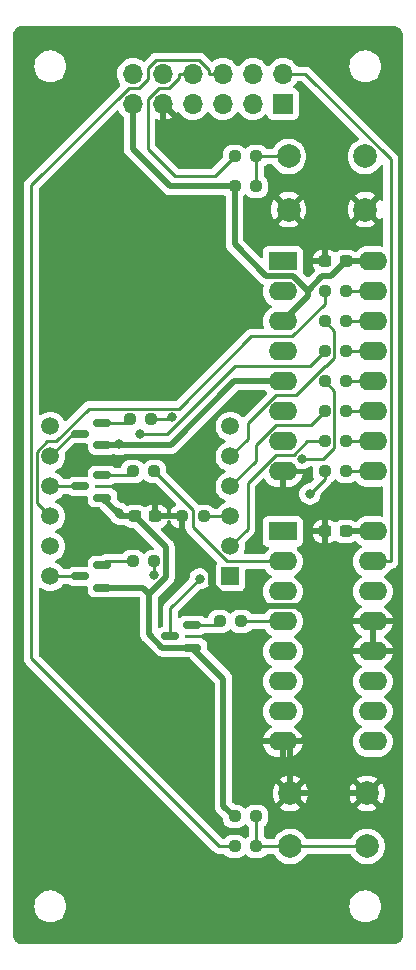
<source format=gbl>
G04 #@! TF.GenerationSoftware,KiCad,Pcbnew,7.0.9-7.0.9~ubuntu20.04.1*
G04 #@! TF.CreationDate,2023-12-20T18:48:10+01:00*
G04 #@! TF.ProjectId,kicad-pmod_7seg,6b696361-642d-4706-9d6f-645f37736567,1.0*
G04 #@! TF.SameCoordinates,Original*
G04 #@! TF.FileFunction,Copper,L2,Bot*
G04 #@! TF.FilePolarity,Positive*
%FSLAX46Y46*%
G04 Gerber Fmt 4.6, Leading zero omitted, Abs format (unit mm)*
G04 Created by KiCad (PCBNEW 7.0.9-7.0.9~ubuntu20.04.1) date 2023-12-20 18:48:10*
%MOMM*%
%LPD*%
G01*
G04 APERTURE LIST*
G04 Aperture macros list*
%AMRoundRect*
0 Rectangle with rounded corners*
0 $1 Rounding radius*
0 $2 $3 $4 $5 $6 $7 $8 $9 X,Y pos of 4 corners*
0 Add a 4 corners polygon primitive as box body*
4,1,4,$2,$3,$4,$5,$6,$7,$8,$9,$2,$3,0*
0 Add four circle primitives for the rounded corners*
1,1,$1+$1,$2,$3*
1,1,$1+$1,$4,$5*
1,1,$1+$1,$6,$7*
1,1,$1+$1,$8,$9*
0 Add four rect primitives between the rounded corners*
20,1,$1+$1,$2,$3,$4,$5,0*
20,1,$1+$1,$4,$5,$6,$7,0*
20,1,$1+$1,$6,$7,$8,$9,0*
20,1,$1+$1,$8,$9,$2,$3,0*%
G04 Aperture macros list end*
G04 #@! TA.AperFunction,SMDPad,CuDef*
%ADD10RoundRect,0.237500X0.250000X0.237500X-0.250000X0.237500X-0.250000X-0.237500X0.250000X-0.237500X0*%
G04 #@! TD*
G04 #@! TA.AperFunction,ComponentPad*
%ADD11R,1.700000X1.700000*%
G04 #@! TD*
G04 #@! TA.AperFunction,ComponentPad*
%ADD12O,1.700000X1.700000*%
G04 #@! TD*
G04 #@! TA.AperFunction,ComponentPad*
%ADD13R,2.400000X1.600000*%
G04 #@! TD*
G04 #@! TA.AperFunction,ComponentPad*
%ADD14O,2.400000X1.600000*%
G04 #@! TD*
G04 #@! TA.AperFunction,ComponentPad*
%ADD15R,1.500000X1.500000*%
G04 #@! TD*
G04 #@! TA.AperFunction,ComponentPad*
%ADD16C,1.500000*%
G04 #@! TD*
G04 #@! TA.AperFunction,ComponentPad*
%ADD17C,2.000000*%
G04 #@! TD*
G04 #@! TA.AperFunction,SMDPad,CuDef*
%ADD18RoundRect,0.237500X-0.250000X-0.237500X0.250000X-0.237500X0.250000X0.237500X-0.250000X0.237500X0*%
G04 #@! TD*
G04 #@! TA.AperFunction,SMDPad,CuDef*
%ADD19RoundRect,0.150000X0.587500X0.150000X-0.587500X0.150000X-0.587500X-0.150000X0.587500X-0.150000X0*%
G04 #@! TD*
G04 #@! TA.AperFunction,SMDPad,CuDef*
%ADD20RoundRect,0.237500X0.300000X0.237500X-0.300000X0.237500X-0.300000X-0.237500X0.300000X-0.237500X0*%
G04 #@! TD*
G04 #@! TA.AperFunction,SMDPad,CuDef*
%ADD21RoundRect,0.237500X-0.300000X-0.237500X0.300000X-0.237500X0.300000X0.237500X-0.300000X0.237500X0*%
G04 #@! TD*
G04 #@! TA.AperFunction,ViaPad*
%ADD22C,0.800000*%
G04 #@! TD*
G04 #@! TA.AperFunction,Conductor*
%ADD23C,0.250000*%
G04 #@! TD*
G04 #@! TA.AperFunction,Conductor*
%ADD24C,0.500000*%
G04 #@! TD*
G04 APERTURE END LIST*
D10*
X132992500Y-85725000D03*
X131167500Y-85725000D03*
D11*
X139700000Y-50800000D03*
D12*
X139700000Y-48260000D03*
X137160000Y-50800000D03*
X137160000Y-48260000D03*
X134620000Y-50800000D03*
X134620000Y-48260000D03*
X132080000Y-50800000D03*
X132080000Y-48260000D03*
X129540000Y-50800000D03*
X129540000Y-48260000D03*
X127000000Y-50800000D03*
X127000000Y-48260000D03*
D13*
X139700000Y-64135000D03*
D14*
X139700000Y-66675000D03*
X139700000Y-69215000D03*
X139700000Y-71755000D03*
X139700000Y-74295000D03*
X139700000Y-76835000D03*
X139700000Y-79375000D03*
X139700000Y-81915000D03*
X147320000Y-81915000D03*
X147320000Y-79375000D03*
X147320000Y-76835000D03*
X147320000Y-74295000D03*
X147320000Y-71755000D03*
X147320000Y-69215000D03*
X147320000Y-66675000D03*
X147320000Y-64135000D03*
D15*
X135255000Y-90805000D03*
D16*
X135255000Y-88265000D03*
X135255000Y-85725000D03*
X135255000Y-83185000D03*
X135255000Y-80645000D03*
X135255000Y-78105000D03*
X120015000Y-78105000D03*
X120015000Y-80645000D03*
X120015000Y-83185000D03*
X120015000Y-85725000D03*
X120015000Y-88265000D03*
X120015000Y-90805000D03*
D17*
X140185000Y-55245000D03*
X146685000Y-55245000D03*
X140185000Y-59745000D03*
X146685000Y-59745000D03*
X146835000Y-113665000D03*
X140335000Y-113665000D03*
X146835000Y-109165000D03*
X140335000Y-109165000D03*
D13*
X139700000Y-86995000D03*
D14*
X139700000Y-89535000D03*
X139700000Y-92075000D03*
X139700000Y-94615000D03*
X139700000Y-97155000D03*
X139700000Y-99695000D03*
X139700000Y-102235000D03*
X139700000Y-104775000D03*
X147320000Y-104775000D03*
X147320000Y-102235000D03*
X147320000Y-99695000D03*
X147320000Y-97155000D03*
X147320000Y-94615000D03*
X147320000Y-92075000D03*
X147320000Y-89535000D03*
X147320000Y-86995000D03*
D18*
X143232500Y-71755000D03*
X145057500Y-71755000D03*
X135612500Y-55245000D03*
X137437500Y-55245000D03*
X135612500Y-113665000D03*
X137437500Y-113665000D03*
X143232500Y-76835000D03*
X145057500Y-76835000D03*
D19*
X132050000Y-94935000D03*
X132050000Y-96835000D03*
X130175000Y-95885000D03*
D10*
X128825000Y-81915000D03*
X127000000Y-81915000D03*
D18*
X143232500Y-66675000D03*
X145057500Y-66675000D03*
D10*
X128825000Y-89535000D03*
X127000000Y-89535000D03*
D19*
X124430000Y-82235000D03*
X124430000Y-84135000D03*
X122555000Y-83185000D03*
D20*
X145007500Y-64135000D03*
X143282500Y-64135000D03*
D10*
X136167500Y-94615000D03*
X134342500Y-94615000D03*
D18*
X135612500Y-111125000D03*
X137437500Y-111125000D03*
D21*
X127180000Y-85725000D03*
X128905000Y-85725000D03*
D19*
X124430000Y-89855000D03*
X124430000Y-91755000D03*
X122555000Y-90805000D03*
D10*
X128547500Y-77470000D03*
X126722500Y-77470000D03*
D18*
X143232500Y-74295000D03*
X145057500Y-74295000D03*
X143232500Y-69215000D03*
X145057500Y-69215000D03*
X135612500Y-57785000D03*
X137437500Y-57785000D03*
X143232500Y-81915000D03*
X145057500Y-81915000D03*
D19*
X124430000Y-77790000D03*
X124430000Y-79690000D03*
X122555000Y-78740000D03*
D18*
X143232500Y-79375000D03*
X145057500Y-79375000D03*
D20*
X145007500Y-86995000D03*
X143282500Y-86995000D03*
D22*
X142875000Y-52070000D03*
X138430000Y-84455000D03*
X131445000Y-81280000D03*
X124460000Y-86995000D03*
X127000000Y-99695000D03*
X125095000Y-53975000D03*
X127635000Y-78740000D03*
X125857000Y-85471000D03*
X125857000Y-79629000D03*
X130288200Y-77319700D03*
X128786100Y-90642600D03*
X141988400Y-83822400D03*
X141312300Y-80833400D03*
X132694500Y-90998100D03*
D23*
X141988400Y-83822400D02*
X143232500Y-82578300D01*
X143232500Y-82578300D02*
X143232500Y-81915000D01*
D24*
X139700000Y-81915000D02*
X139700000Y-85090000D01*
X141732000Y-86614000D02*
X142113000Y-86995000D01*
X142113000Y-86995000D02*
X143282500Y-86995000D01*
X139700000Y-85090000D02*
X140970000Y-85090000D01*
X140970000Y-85090000D02*
X141732000Y-85852000D01*
X141732000Y-85852000D02*
X141732000Y-86614000D01*
X143282500Y-92227800D02*
X143282500Y-92990500D01*
X143282500Y-92990500D02*
X144907000Y-94615000D01*
X144907000Y-94615000D02*
X147320000Y-94615000D01*
X147320000Y-97155000D02*
X144780000Y-97155000D01*
X144780000Y-97155000D02*
X144780000Y-101345300D01*
X141350300Y-104775000D02*
X139700000Y-104775000D01*
X144780000Y-101345300D02*
X141350300Y-104775000D01*
D23*
X143232500Y-66675000D02*
X143232500Y-67709800D01*
X143232500Y-67709800D02*
X140457300Y-70485000D01*
X140457300Y-70485000D02*
X137033000Y-70485000D01*
X137033000Y-70485000D02*
X130923300Y-76594700D01*
X130923300Y-76594700D02*
X123286892Y-76594700D01*
X119761800Y-79375000D02*
X118909300Y-80227500D01*
X123286892Y-76594700D02*
X120506592Y-79375000D01*
X118909300Y-80227500D02*
X118909300Y-84619300D01*
X120506592Y-79375000D02*
X119761800Y-79375000D01*
X118909300Y-84619300D02*
X120015000Y-85725000D01*
D24*
X125857000Y-79629000D02*
X125918000Y-79690000D01*
X125918000Y-79690000D02*
X130193000Y-79690000D01*
X130193000Y-79690000D02*
X135588000Y-74295000D01*
X135588000Y-74295000D02*
X139700000Y-74295000D01*
X124430000Y-91755000D02*
X127844300Y-91755000D01*
X127844300Y-91755000D02*
X128369200Y-92279900D01*
X146685000Y-59745000D02*
X144337700Y-62092300D01*
X144337700Y-62092300D02*
X144032700Y-62092300D01*
X142494000Y-61468000D02*
X141908000Y-61468000D01*
X141908000Y-61468000D02*
X140185000Y-59745000D01*
X144032700Y-62092300D02*
X142610300Y-62092300D01*
X131692200Y-52952200D02*
X129540000Y-50800000D01*
X142610300Y-62092300D02*
X142494000Y-61976000D01*
X142494000Y-61976000D02*
X142494000Y-54356000D01*
X142494000Y-54356000D02*
X141090200Y-52952200D01*
X141090200Y-52952200D02*
X131692200Y-52952200D01*
D23*
X135612500Y-55245000D02*
X133961500Y-56896000D01*
X129203700Y-49435300D02*
X130096800Y-49435300D01*
X133961500Y-56896000D02*
X130556000Y-56896000D01*
X130556000Y-56896000D02*
X128270000Y-54610000D01*
X128270000Y-54610000D02*
X128270000Y-50369000D01*
X128270000Y-50369000D02*
X129203700Y-49435300D01*
X130096800Y-49435300D02*
X130904700Y-48627400D01*
X130904700Y-48627400D02*
X130904700Y-48260000D01*
X130904700Y-48260000D02*
X132080000Y-48260000D01*
D24*
X127000000Y-50800000D02*
X127000000Y-54610000D01*
X127000000Y-54610000D02*
X130175000Y-57785000D01*
X130175000Y-57785000D02*
X135612500Y-57785000D01*
X135612500Y-57785000D02*
X135612500Y-62696300D01*
X135612500Y-62696300D02*
X138301600Y-65385400D01*
X138301600Y-65385400D02*
X140599300Y-65385400D01*
X140599300Y-65385400D02*
X141819600Y-66605700D01*
D23*
X134023850Y-113372150D02*
X118402100Y-97750400D01*
X135612500Y-113665000D02*
X134316700Y-113665000D01*
X134316700Y-113665000D02*
X134023850Y-113372150D01*
D24*
X134673700Y-110236000D02*
X134673700Y-99458700D01*
X135612500Y-111125000D02*
X135562700Y-111125000D01*
X135562700Y-111125000D02*
X134673700Y-110236000D01*
X134673700Y-99458700D02*
X132050000Y-96835000D01*
D23*
X143232500Y-71755000D02*
X141962500Y-73025000D01*
X141962500Y-73025000D02*
X135615300Y-73025000D01*
X135615300Y-73025000D02*
X129900300Y-78740000D01*
X129900300Y-78740000D02*
X127635000Y-78740000D01*
D24*
X125766000Y-85471000D02*
X124430000Y-84135000D01*
X125857000Y-85471000D02*
X125766000Y-85471000D01*
X125857000Y-85562000D02*
X125857000Y-85471000D01*
X125796000Y-79690000D02*
X125857000Y-79629000D01*
D23*
X135255000Y-85725000D02*
X132992500Y-85725000D01*
X136167500Y-94615000D02*
X139700000Y-94615000D01*
X130137900Y-77470000D02*
X130288200Y-77319700D01*
X128547500Y-77470000D02*
X130137900Y-77470000D01*
X134984100Y-89535000D02*
X139700000Y-89535000D01*
X132080000Y-86630900D02*
X134984100Y-89535000D01*
X132080000Y-85170000D02*
X132080000Y-86630900D01*
X128825000Y-81915000D02*
X132080000Y-85170000D01*
X128786100Y-89573900D02*
X128786100Y-90642600D01*
X128825000Y-89535000D02*
X128786100Y-89573900D01*
X145057500Y-69215000D02*
X147320000Y-69215000D01*
X136719600Y-79180400D02*
X135255000Y-80645000D01*
X136719600Y-77823800D02*
X136719600Y-79180400D01*
X139123000Y-75420400D02*
X136719600Y-77823800D01*
X140818100Y-75420400D02*
X139123000Y-75420400D01*
X143273200Y-72965300D02*
X140818100Y-75420400D01*
X143357100Y-72965300D02*
X143273200Y-72965300D01*
X144046300Y-72276100D02*
X143357100Y-72965300D01*
X144046300Y-70028800D02*
X144046300Y-72276100D01*
X143232500Y-69215000D02*
X144046300Y-70028800D01*
X145057500Y-66675000D02*
X147320000Y-66675000D01*
X145057500Y-81915000D02*
X147320000Y-81915000D01*
X145057500Y-79375000D02*
X147320000Y-79375000D01*
X136719600Y-86800400D02*
X135255000Y-88265000D01*
X136719600Y-82903800D02*
X136719600Y-86800400D01*
X139123000Y-80500400D02*
X136719600Y-82903800D01*
X140613800Y-80500400D02*
X139123000Y-80500400D01*
X141739200Y-79375000D02*
X140613800Y-80500400D01*
X143232500Y-79375000D02*
X141739200Y-79375000D01*
X145057500Y-76835000D02*
X147320000Y-76835000D01*
X137411900Y-81028100D02*
X135255000Y-83185000D01*
X137411900Y-79671500D02*
X137411900Y-81028100D01*
X139123000Y-77960400D02*
X137411900Y-79671500D01*
X142107100Y-77960400D02*
X139123000Y-77960400D01*
X143232500Y-76835000D02*
X142107100Y-77960400D01*
X145057500Y-74295000D02*
X147320000Y-74295000D01*
X143114900Y-80833400D02*
X141312300Y-80833400D01*
X144047100Y-79901200D02*
X143114900Y-80833400D01*
X144047100Y-75109600D02*
X144047100Y-79901200D01*
X143232500Y-74295000D02*
X144047100Y-75109600D01*
X145057500Y-71755000D02*
X147320000Y-71755000D01*
X137437500Y-57785000D02*
X137437500Y-55245000D01*
X137437500Y-55245000D02*
X140185000Y-55245000D01*
X137437500Y-113665000D02*
X140335000Y-113665000D01*
X140335000Y-113665000D02*
X146835000Y-113665000D01*
X137437500Y-111125000D02*
X137437500Y-113665000D01*
X130175000Y-93517600D02*
X132694500Y-90998100D01*
X130175000Y-95885000D02*
X130175000Y-93517600D01*
X134022500Y-94935000D02*
X134342500Y-94615000D01*
X132050000Y-94935000D02*
X134022500Y-94935000D01*
X121920000Y-78740000D02*
X120015000Y-80645000D01*
X122555000Y-78740000D02*
X121920000Y-78740000D01*
X126402500Y-77790000D02*
X126722500Y-77470000D01*
X124430000Y-77790000D02*
X126402500Y-77790000D01*
X122555000Y-83185000D02*
X120015000Y-83185000D01*
X126680000Y-82235000D02*
X127000000Y-81915000D01*
X124430000Y-82235000D02*
X126680000Y-82235000D01*
X122555000Y-90805000D02*
X120015000Y-90805000D01*
X124750000Y-89535000D02*
X124430000Y-89855000D01*
X127000000Y-89535000D02*
X124750000Y-89535000D01*
X133444700Y-47892600D02*
X133444700Y-48260000D01*
X132636800Y-47084700D02*
X133444700Y-47892600D01*
X128982400Y-47084700D02*
X132636800Y-47084700D01*
X128270000Y-47797100D02*
X128982400Y-47084700D01*
X128270000Y-48654200D02*
X128270000Y-47797100D01*
X127488700Y-49435500D02*
X128270000Y-48654200D01*
X126634700Y-49435500D02*
X127488700Y-49435500D01*
X118402100Y-57668100D02*
X126634700Y-49435500D01*
X118402100Y-97750400D02*
X118402100Y-57668100D01*
X134620000Y-48260000D02*
X133444700Y-48260000D01*
X141604900Y-48260000D02*
X139700000Y-48260000D01*
X148845300Y-55500400D02*
X141604900Y-48260000D01*
X148845300Y-89535000D02*
X148845300Y-55500400D01*
X147320000Y-89535000D02*
X148845300Y-89535000D01*
D24*
X140335000Y-105410000D02*
X139700000Y-104775000D01*
X140335000Y-109165000D02*
X140335000Y-105410000D01*
X146835000Y-109165000D02*
X140335000Y-109165000D01*
X143282500Y-62842500D02*
X143282500Y-64135000D01*
X144032700Y-62092300D02*
X143282500Y-62842500D01*
X128905000Y-85725000D02*
X131167500Y-85725000D01*
X143282500Y-86995000D02*
X143282500Y-92227800D01*
X142165300Y-93345000D02*
X143282500Y-92227800D01*
X135580100Y-93345000D02*
X142165300Y-93345000D01*
X133653300Y-91418200D02*
X135580100Y-93345000D01*
X133653300Y-90439400D02*
X133653300Y-91418200D01*
X131167500Y-87953600D02*
X133653300Y-90439400D01*
X131167500Y-85725000D02*
X131167500Y-87953600D01*
X147320000Y-64135000D02*
X145669700Y-64135000D01*
X128369200Y-95694200D02*
X128369200Y-92279900D01*
X129510000Y-96835000D02*
X128369200Y-95694200D01*
X132050000Y-96835000D02*
X129510000Y-96835000D01*
X129783900Y-88328900D02*
X127180000Y-85725000D01*
X129783900Y-90865200D02*
X129783900Y-88328900D01*
X128369200Y-92279900D02*
X129783900Y-90865200D01*
X145007500Y-64135000D02*
X145669700Y-64135000D01*
X143020300Y-65405000D02*
X141819600Y-66605700D01*
X143737500Y-65405000D02*
X143020300Y-65405000D01*
X145007500Y-64135000D02*
X143737500Y-65405000D01*
X141819600Y-67095400D02*
X139700000Y-69215000D01*
X141819600Y-66605700D02*
X141819600Y-67095400D01*
X126020000Y-85725000D02*
X125857000Y-85562000D01*
X127180000Y-85725000D02*
X126020000Y-85725000D01*
X124430000Y-79690000D02*
X125796000Y-79690000D01*
X145007500Y-86995000D02*
X145669600Y-86995000D01*
X145669600Y-86995000D02*
X147320000Y-86995000D01*
G04 #@! TA.AperFunction,Conductor*
G36*
X121538730Y-91450185D02*
G01*
X121559372Y-91466819D01*
X121565629Y-91473076D01*
X121565633Y-91473079D01*
X121565635Y-91473081D01*
X121707102Y-91556744D01*
X121748724Y-91568836D01*
X121864926Y-91602597D01*
X121864929Y-91602597D01*
X121864931Y-91602598D01*
X121877222Y-91603565D01*
X121901804Y-91605500D01*
X121901806Y-91605500D01*
X123068000Y-91605500D01*
X123135039Y-91625185D01*
X123180794Y-91677989D01*
X123192000Y-91729500D01*
X123192000Y-91970696D01*
X123194901Y-92007567D01*
X123194902Y-92007573D01*
X123240754Y-92165393D01*
X123240755Y-92165396D01*
X123324417Y-92306862D01*
X123324423Y-92306870D01*
X123440629Y-92423076D01*
X123440633Y-92423079D01*
X123440635Y-92423081D01*
X123582102Y-92506744D01*
X123594769Y-92510424D01*
X123739926Y-92552597D01*
X123739929Y-92552597D01*
X123739931Y-92552598D01*
X123752222Y-92553565D01*
X123776804Y-92555500D01*
X123776806Y-92555500D01*
X125083196Y-92555500D01*
X125101631Y-92554049D01*
X125120069Y-92552598D01*
X125120071Y-92552597D01*
X125120073Y-92552597D01*
X125265233Y-92510424D01*
X125299828Y-92505500D01*
X127482069Y-92505500D01*
X127549108Y-92525185D01*
X127569747Y-92541815D01*
X127582378Y-92554445D01*
X127615865Y-92615767D01*
X127618700Y-92642130D01*
X127618700Y-95630494D01*
X127617391Y-95648463D01*
X127613910Y-95672225D01*
X127618464Y-95724264D01*
X127618700Y-95729670D01*
X127618700Y-95737909D01*
X127622506Y-95770475D01*
X127623547Y-95782374D01*
X127629200Y-95846991D01*
X127630661Y-95854067D01*
X127630603Y-95854078D01*
X127632234Y-95861437D01*
X127632292Y-95861424D01*
X127633957Y-95868450D01*
X127660225Y-95940624D01*
X127684385Y-96013531D01*
X127687436Y-96020074D01*
X127687382Y-96020098D01*
X127690670Y-96026888D01*
X127690721Y-96026863D01*
X127693961Y-96033313D01*
X127693962Y-96033314D01*
X127693963Y-96033317D01*
X127696650Y-96037402D01*
X127736165Y-96097483D01*
X127776487Y-96162855D01*
X127780966Y-96168519D01*
X127780919Y-96168556D01*
X127785682Y-96174402D01*
X127785728Y-96174364D01*
X127790373Y-96179900D01*
X127846217Y-96232585D01*
X128934270Y-97320638D01*
X128946051Y-97334270D01*
X128960388Y-97353528D01*
X129000409Y-97387111D01*
X129004397Y-97390766D01*
X129010216Y-97396585D01*
X129010220Y-97396588D01*
X129010223Y-97396591D01*
X129035959Y-97416940D01*
X129094786Y-97466302D01*
X129094787Y-97466302D01*
X129094789Y-97466304D01*
X129100818Y-97470270D01*
X129100785Y-97470319D01*
X129107147Y-97474372D01*
X129107179Y-97474321D01*
X129113319Y-97478108D01*
X129113323Y-97478111D01*
X129123038Y-97482641D01*
X129182941Y-97510575D01*
X129216897Y-97527628D01*
X129251567Y-97545040D01*
X129251569Y-97545040D01*
X129258357Y-97547511D01*
X129258336Y-97547567D01*
X129265457Y-97550043D01*
X129265476Y-97549986D01*
X129272322Y-97552254D01*
X129272327Y-97552257D01*
X129272332Y-97552258D01*
X129272335Y-97552259D01*
X129347565Y-97567792D01*
X129422279Y-97585500D01*
X129422282Y-97585500D01*
X129422286Y-97585501D01*
X129429453Y-97586339D01*
X129429446Y-97586398D01*
X129436944Y-97587164D01*
X129436950Y-97587105D01*
X129444139Y-97587734D01*
X129444143Y-97587733D01*
X129444144Y-97587734D01*
X129520917Y-97585500D01*
X131180172Y-97585500D01*
X131214767Y-97590424D01*
X131359926Y-97632597D01*
X131359929Y-97632597D01*
X131359931Y-97632598D01*
X131372222Y-97633565D01*
X131396804Y-97635500D01*
X131396806Y-97635500D01*
X131737770Y-97635500D01*
X131804809Y-97655185D01*
X131825451Y-97671819D01*
X133886881Y-99733248D01*
X133920366Y-99794571D01*
X133923200Y-99820929D01*
X133923200Y-110172294D01*
X133921891Y-110190263D01*
X133918410Y-110214025D01*
X133922964Y-110266064D01*
X133923200Y-110271470D01*
X133923200Y-110279709D01*
X133927006Y-110312274D01*
X133933700Y-110388791D01*
X133935161Y-110395867D01*
X133935103Y-110395878D01*
X133936734Y-110403237D01*
X133936792Y-110403224D01*
X133938457Y-110410250D01*
X133964725Y-110482424D01*
X133988885Y-110555331D01*
X133991936Y-110561874D01*
X133991882Y-110561898D01*
X133995170Y-110568688D01*
X133995221Y-110568663D01*
X133998461Y-110575113D01*
X133998462Y-110575114D01*
X133998463Y-110575117D01*
X134030668Y-110624083D01*
X134040665Y-110639283D01*
X134080987Y-110704655D01*
X134085466Y-110710319D01*
X134085419Y-110710356D01*
X134090182Y-110716202D01*
X134090228Y-110716164D01*
X134094873Y-110721700D01*
X134150717Y-110774385D01*
X134588181Y-111211849D01*
X134621666Y-111273172D01*
X134624500Y-111299529D01*
X134624500Y-111411668D01*
X134624501Y-111411687D01*
X134634825Y-111512752D01*
X134689092Y-111676515D01*
X134689093Y-111676518D01*
X134723395Y-111732129D01*
X134779660Y-111823350D01*
X134901650Y-111945340D01*
X135048484Y-112035908D01*
X135212247Y-112090174D01*
X135313323Y-112100500D01*
X135911676Y-112100499D01*
X135911684Y-112100498D01*
X135911687Y-112100498D01*
X135967030Y-112094844D01*
X136012753Y-112090174D01*
X136176516Y-112035908D01*
X136323350Y-111945340D01*
X136437319Y-111831371D01*
X136498642Y-111797886D01*
X136568334Y-111802870D01*
X136612681Y-111831371D01*
X136726650Y-111945340D01*
X136753096Y-111961652D01*
X136799821Y-112013600D01*
X136812000Y-112067191D01*
X136812000Y-112722808D01*
X136792315Y-112789847D01*
X136753099Y-112828345D01*
X136726652Y-112844657D01*
X136726649Y-112844660D01*
X136612681Y-112958629D01*
X136551358Y-112992114D01*
X136481666Y-112987130D01*
X136437319Y-112958629D01*
X136323351Y-112844661D01*
X136323350Y-112844660D01*
X136176516Y-112754092D01*
X136012753Y-112699826D01*
X136012751Y-112699825D01*
X135911678Y-112689500D01*
X135313330Y-112689500D01*
X135313312Y-112689501D01*
X135212247Y-112699825D01*
X135048484Y-112754092D01*
X135048481Y-112754093D01*
X134901648Y-112844661D01*
X134779660Y-112966649D01*
X134779659Y-112966651D01*
X134771058Y-112980596D01*
X134719110Y-113027321D01*
X134665519Y-113039500D01*
X134627153Y-113039500D01*
X134560114Y-113019815D01*
X134539476Y-113003185D01*
X134438321Y-112902030D01*
X134438320Y-112902029D01*
X134437065Y-112900774D01*
X134437046Y-112900756D01*
X119063919Y-97527628D01*
X119030434Y-97466305D01*
X119027600Y-97439947D01*
X119027600Y-91878395D01*
X119047285Y-91811356D01*
X119100089Y-91765601D01*
X119169247Y-91755657D01*
X119222721Y-91776820D01*
X119387361Y-91892102D01*
X119585670Y-91984575D01*
X119797023Y-92041207D01*
X119979926Y-92057208D01*
X120014998Y-92060277D01*
X120015000Y-92060277D01*
X120015002Y-92060277D01*
X120043254Y-92057805D01*
X120232977Y-92041207D01*
X120444330Y-91984575D01*
X120642639Y-91892102D01*
X120821877Y-91766598D01*
X120976598Y-91611877D01*
X121066575Y-91483375D01*
X121121151Y-91439752D01*
X121168149Y-91430500D01*
X121471691Y-91430500D01*
X121538730Y-91450185D01*
G37*
G04 #@! TD.AperFunction*
G04 #@! TA.AperFunction,Conductor*
G36*
X147570000Y-96839314D02*
G01*
X147558045Y-96827359D01*
X147445148Y-96769835D01*
X147351481Y-96755000D01*
X147288519Y-96755000D01*
X147194852Y-96769835D01*
X147081955Y-96827359D01*
X147070000Y-96839314D01*
X147070000Y-94930686D01*
X147081955Y-94942641D01*
X147194852Y-95000165D01*
X147288519Y-95015000D01*
X147351481Y-95015000D01*
X147445148Y-95000165D01*
X147558045Y-94942641D01*
X147570000Y-94930686D01*
X147570000Y-96839314D01*
G37*
G04 #@! TD.AperFunction*
G04 #@! TA.AperFunction,Conductor*
G36*
X131360539Y-85494685D02*
G01*
X131406294Y-85547489D01*
X131417500Y-85599000D01*
X131417500Y-86699999D01*
X131434130Y-86716629D01*
X131467615Y-86777952D01*
X131469186Y-86787110D01*
X131469335Y-86787690D01*
X131486490Y-86831019D01*
X131488382Y-86836547D01*
X131500837Y-86879416D01*
X131501382Y-86881290D01*
X131502167Y-86882618D01*
X131511580Y-86898534D01*
X131520138Y-86916003D01*
X131527514Y-86934632D01*
X131554898Y-86972323D01*
X131558106Y-86977207D01*
X131581827Y-87017316D01*
X131581833Y-87017324D01*
X131595990Y-87031480D01*
X131608628Y-87046276D01*
X131620405Y-87062486D01*
X131620406Y-87062487D01*
X131656309Y-87092188D01*
X131660620Y-87096110D01*
X132895806Y-88331296D01*
X134120500Y-89555990D01*
X134153985Y-89617313D01*
X134149001Y-89687005D01*
X134132086Y-89717982D01*
X134061204Y-89812668D01*
X134061202Y-89812671D01*
X134010908Y-89947517D01*
X134004501Y-90007116D01*
X134004500Y-90007135D01*
X134004500Y-91602870D01*
X134004501Y-91602876D01*
X134010908Y-91662483D01*
X134061202Y-91797328D01*
X134061206Y-91797335D01*
X134147452Y-91912544D01*
X134147455Y-91912547D01*
X134262664Y-91998793D01*
X134262671Y-91998797D01*
X134397517Y-92049091D01*
X134397516Y-92049091D01*
X134404444Y-92049835D01*
X134457127Y-92055500D01*
X136052872Y-92055499D01*
X136112483Y-92049091D01*
X136247331Y-91998796D01*
X136362546Y-91912546D01*
X136448796Y-91797331D01*
X136499091Y-91662483D01*
X136505500Y-91602873D01*
X136505499Y-90284499D01*
X136525184Y-90217461D01*
X136577987Y-90171706D01*
X136629499Y-90160500D01*
X138085812Y-90160500D01*
X138152851Y-90180185D01*
X138187387Y-90213377D01*
X138299954Y-90374141D01*
X138460858Y-90535045D01*
X138460861Y-90535047D01*
X138647266Y-90665568D01*
X138705275Y-90692618D01*
X138757714Y-90738791D01*
X138776866Y-90805984D01*
X138756650Y-90872865D01*
X138705275Y-90917382D01*
X138647267Y-90944431D01*
X138647265Y-90944432D01*
X138460858Y-91074954D01*
X138299954Y-91235858D01*
X138169432Y-91422265D01*
X138169431Y-91422267D01*
X138073261Y-91628502D01*
X138073258Y-91628511D01*
X138014366Y-91848302D01*
X138014364Y-91848313D01*
X137994532Y-92074998D01*
X137994532Y-92075001D01*
X138014364Y-92301686D01*
X138014366Y-92301697D01*
X138073258Y-92521488D01*
X138073261Y-92521497D01*
X138169431Y-92727732D01*
X138169432Y-92727734D01*
X138299954Y-92914141D01*
X138460858Y-93075045D01*
X138460861Y-93075047D01*
X138647266Y-93205568D01*
X138705275Y-93232618D01*
X138757714Y-93278791D01*
X138776866Y-93345984D01*
X138756650Y-93412865D01*
X138705275Y-93457381D01*
X138688272Y-93465310D01*
X138647267Y-93484431D01*
X138647265Y-93484432D01*
X138460858Y-93614954D01*
X138299954Y-93775858D01*
X138187387Y-93936623D01*
X138132811Y-93980248D01*
X138085812Y-93989500D01*
X137114481Y-93989500D01*
X137047442Y-93969815D01*
X137008942Y-93930596D01*
X137007908Y-93928920D01*
X137000340Y-93916650D01*
X136878350Y-93794660D01*
X136731516Y-93704092D01*
X136567753Y-93649826D01*
X136567751Y-93649825D01*
X136466678Y-93639500D01*
X135868330Y-93639500D01*
X135868312Y-93639501D01*
X135767247Y-93649825D01*
X135603484Y-93704092D01*
X135603481Y-93704093D01*
X135456648Y-93794661D01*
X135342681Y-93908629D01*
X135281358Y-93942114D01*
X135211666Y-93937130D01*
X135167319Y-93908629D01*
X135053351Y-93794661D01*
X135053350Y-93794660D01*
X134906516Y-93704092D01*
X134742753Y-93649826D01*
X134742751Y-93649825D01*
X134641678Y-93639500D01*
X134043330Y-93639500D01*
X134043312Y-93639501D01*
X133942247Y-93649825D01*
X133778484Y-93704092D01*
X133778481Y-93704093D01*
X133631648Y-93794661D01*
X133509661Y-93916648D01*
X133419093Y-94063481D01*
X133419091Y-94063486D01*
X133365735Y-94224504D01*
X133325962Y-94281949D01*
X133261446Y-94308772D01*
X133248029Y-94309500D01*
X133133309Y-94309500D01*
X133066270Y-94289815D01*
X133045628Y-94273181D01*
X133039370Y-94266923D01*
X133039362Y-94266917D01*
X132897896Y-94183255D01*
X132897893Y-94183254D01*
X132740073Y-94137402D01*
X132740067Y-94137401D01*
X132703196Y-94134500D01*
X132703194Y-94134500D01*
X131396806Y-94134500D01*
X131396804Y-94134500D01*
X131359932Y-94137401D01*
X131359926Y-94137402D01*
X131202106Y-94183254D01*
X131202103Y-94183255D01*
X131060637Y-94266917D01*
X131060629Y-94266923D01*
X131012181Y-94315372D01*
X130950858Y-94348857D01*
X130881166Y-94343873D01*
X130825233Y-94302001D01*
X130800816Y-94236537D01*
X130800500Y-94227691D01*
X130800500Y-93828052D01*
X130820185Y-93761013D01*
X130836819Y-93740371D01*
X132642272Y-91934919D01*
X132703595Y-91901434D01*
X132729953Y-91898600D01*
X132789144Y-91898600D01*
X132789146Y-91898600D01*
X132974303Y-91859244D01*
X133147230Y-91782251D01*
X133300371Y-91670988D01*
X133427033Y-91530316D01*
X133521679Y-91366384D01*
X133580174Y-91186356D01*
X133599960Y-90998100D01*
X133580174Y-90809844D01*
X133521679Y-90629816D01*
X133427033Y-90465884D01*
X133300371Y-90325212D01*
X133244336Y-90284500D01*
X133147234Y-90213951D01*
X133147229Y-90213948D01*
X132974307Y-90136957D01*
X132974302Y-90136955D01*
X132820197Y-90104200D01*
X132789146Y-90097600D01*
X132599854Y-90097600D01*
X132568803Y-90104200D01*
X132414697Y-90136955D01*
X132414692Y-90136957D01*
X132241770Y-90213948D01*
X132241765Y-90213951D01*
X132088629Y-90325211D01*
X131961966Y-90465885D01*
X131867321Y-90629815D01*
X131867318Y-90629822D01*
X131824456Y-90761739D01*
X131808826Y-90809844D01*
X131791798Y-90971856D01*
X131791179Y-90977749D01*
X131764594Y-91042363D01*
X131755539Y-91052468D01*
X129791208Y-93016799D01*
X129778951Y-93026620D01*
X129779134Y-93026841D01*
X129773123Y-93031813D01*
X129725772Y-93082236D01*
X129704889Y-93103119D01*
X129704877Y-93103132D01*
X129700621Y-93108617D01*
X129696837Y-93113047D01*
X129664937Y-93147018D01*
X129664936Y-93147020D01*
X129655284Y-93164576D01*
X129644610Y-93180826D01*
X129632329Y-93196661D01*
X129632324Y-93196668D01*
X129613815Y-93239438D01*
X129611245Y-93244684D01*
X129588803Y-93285506D01*
X129583822Y-93304907D01*
X129577521Y-93323310D01*
X129569562Y-93341702D01*
X129569561Y-93341705D01*
X129562271Y-93387727D01*
X129561087Y-93393446D01*
X129549501Y-93438572D01*
X129549500Y-93438582D01*
X129549500Y-93458616D01*
X129547973Y-93478015D01*
X129544840Y-93497794D01*
X129544840Y-93497795D01*
X129549225Y-93544183D01*
X129549500Y-93550021D01*
X129549500Y-94975541D01*
X129529815Y-95042580D01*
X129477011Y-95088335D01*
X129460095Y-95094617D01*
X129327106Y-95133254D01*
X129327105Y-95133254D01*
X129327102Y-95133256D01*
X129306819Y-95145251D01*
X129239096Y-95162432D01*
X129172834Y-95140272D01*
X129129071Y-95085806D01*
X129119700Y-95038518D01*
X129119700Y-92642129D01*
X129139385Y-92575090D01*
X129156014Y-92554452D01*
X130269542Y-91440924D01*
X130283171Y-91429147D01*
X130302430Y-91414810D01*
X130336001Y-91374801D01*
X130339661Y-91370806D01*
X130345490Y-91364978D01*
X130365841Y-91339239D01*
X130371848Y-91332079D01*
X130415202Y-91280414D01*
X130415206Y-91280405D01*
X130419174Y-91274375D01*
X130419225Y-91274408D01*
X130423272Y-91268056D01*
X130423220Y-91268024D01*
X130427012Y-91261875D01*
X130459475Y-91192258D01*
X130493936Y-91123640D01*
X130493940Y-91123633D01*
X130493942Y-91123621D01*
X130496409Y-91116846D01*
X130496467Y-91116867D01*
X130498943Y-91109746D01*
X130498886Y-91109728D01*
X130501157Y-91102873D01*
X130516692Y-91027634D01*
X130522605Y-91002684D01*
X130534400Y-90952921D01*
X130534400Y-90952910D01*
X130535238Y-90945748D01*
X130535298Y-90945755D01*
X130536064Y-90938255D01*
X130536005Y-90938250D01*
X130536634Y-90931060D01*
X130534400Y-90854282D01*
X130534400Y-88392605D01*
X130535709Y-88374635D01*
X130536029Y-88372447D01*
X130539189Y-88350877D01*
X130538921Y-88347819D01*
X130534636Y-88298834D01*
X130534400Y-88293428D01*
X130534400Y-88285197D01*
X130534400Y-88285191D01*
X130530593Y-88252624D01*
X130523899Y-88176103D01*
X130523899Y-88176101D01*
X130522439Y-88169029D01*
X130522497Y-88169016D01*
X130520865Y-88161657D01*
X130520806Y-88161672D01*
X130519142Y-88154653D01*
X130519141Y-88154645D01*
X130492874Y-88082476D01*
X130468714Y-88009566D01*
X130468709Y-88009559D01*
X130465660Y-88003018D01*
X130465715Y-88002991D01*
X130462433Y-87996213D01*
X130462380Y-87996240D01*
X130459135Y-87989780D01*
X130416928Y-87925608D01*
X130376610Y-87860242D01*
X130372134Y-87854582D01*
X130372181Y-87854544D01*
X130367419Y-87848699D01*
X130367374Y-87848738D01*
X130362734Y-87843208D01*
X130362369Y-87842864D01*
X130336682Y-87818629D01*
X130306864Y-87790496D01*
X129385311Y-86868944D01*
X129351826Y-86807621D01*
X129356810Y-86737930D01*
X129398682Y-86681996D01*
X129433989Y-86663557D01*
X129518798Y-86635454D01*
X129518811Y-86635448D01*
X129665534Y-86544947D01*
X129665538Y-86544944D01*
X129787444Y-86423038D01*
X129787447Y-86423034D01*
X129877948Y-86276311D01*
X129877953Y-86276300D01*
X129932181Y-86112651D01*
X129937892Y-86056749D01*
X129964288Y-85992057D01*
X130021468Y-85951906D01*
X130091279Y-85949042D01*
X130151556Y-85984376D01*
X130183162Y-86046689D01*
X130184608Y-86056749D01*
X130190319Y-86112652D01*
X130244546Y-86276300D01*
X130244551Y-86276311D01*
X130335052Y-86423034D01*
X130335055Y-86423038D01*
X130456961Y-86544944D01*
X130456965Y-86544947D01*
X130603688Y-86635448D01*
X130603699Y-86635453D01*
X130767347Y-86689680D01*
X130868351Y-86699999D01*
X130917499Y-86699998D01*
X130917500Y-86699998D01*
X130917500Y-85599000D01*
X130937185Y-85531961D01*
X130989989Y-85486206D01*
X131041500Y-85475000D01*
X131293500Y-85475000D01*
X131360539Y-85494685D01*
G37*
G04 #@! TD.AperFunction*
G04 #@! TA.AperFunction,Conductor*
G36*
X121538730Y-83830185D02*
G01*
X121559372Y-83846819D01*
X121565629Y-83853076D01*
X121565633Y-83853079D01*
X121565635Y-83853081D01*
X121707102Y-83936744D01*
X121748724Y-83948836D01*
X121864926Y-83982597D01*
X121864929Y-83982597D01*
X121864931Y-83982598D01*
X121877222Y-83983565D01*
X121901804Y-83985500D01*
X121901806Y-83985500D01*
X123068000Y-83985500D01*
X123135039Y-84005185D01*
X123180794Y-84057989D01*
X123192000Y-84109500D01*
X123192000Y-84350696D01*
X123194901Y-84387567D01*
X123194902Y-84387573D01*
X123240754Y-84545393D01*
X123240755Y-84545396D01*
X123324417Y-84686862D01*
X123324423Y-84686870D01*
X123440629Y-84803076D01*
X123440633Y-84803079D01*
X123440635Y-84803081D01*
X123582102Y-84886744D01*
X123623724Y-84898836D01*
X123739926Y-84932597D01*
X123739929Y-84932597D01*
X123739931Y-84932598D01*
X123752222Y-84933565D01*
X123776804Y-84935500D01*
X123776806Y-84935500D01*
X124117770Y-84935500D01*
X124184809Y-84955185D01*
X124205451Y-84971819D01*
X124988026Y-85754394D01*
X125018275Y-85803754D01*
X125029817Y-85839276D01*
X125029821Y-85839284D01*
X125124467Y-86003216D01*
X125200372Y-86087517D01*
X125251129Y-86143888D01*
X125404265Y-86255148D01*
X125404267Y-86255149D01*
X125404270Y-86255151D01*
X125558719Y-86323916D01*
X125587983Y-86342203D01*
X125604786Y-86356302D01*
X125604790Y-86356304D01*
X125610822Y-86360272D01*
X125610789Y-86360322D01*
X125617147Y-86364372D01*
X125617179Y-86364321D01*
X125623319Y-86368108D01*
X125623323Y-86368111D01*
X125658132Y-86384343D01*
X125692941Y-86400575D01*
X125737661Y-86423034D01*
X125761567Y-86435040D01*
X125761569Y-86435040D01*
X125768357Y-86437511D01*
X125768336Y-86437567D01*
X125775457Y-86440043D01*
X125775476Y-86439986D01*
X125782322Y-86442254D01*
X125782327Y-86442257D01*
X125782332Y-86442258D01*
X125782335Y-86442259D01*
X125857565Y-86457792D01*
X125932279Y-86475500D01*
X125932282Y-86475500D01*
X125932286Y-86475501D01*
X125939453Y-86476339D01*
X125939446Y-86476398D01*
X125946944Y-86477164D01*
X125946950Y-86477105D01*
X125954139Y-86477734D01*
X125954143Y-86477733D01*
X125954144Y-86477734D01*
X126030917Y-86475500D01*
X126297948Y-86475500D01*
X126364987Y-86495185D01*
X126385629Y-86511819D01*
X126419150Y-86545340D01*
X126565984Y-86635908D01*
X126729747Y-86690174D01*
X126830823Y-86700500D01*
X127042768Y-86700499D01*
X127109808Y-86720183D01*
X127130450Y-86736818D01*
X127940148Y-87546516D01*
X128741452Y-88347819D01*
X128774937Y-88409142D01*
X128769953Y-88478834D01*
X128728081Y-88534767D01*
X128662617Y-88559184D01*
X128653772Y-88559500D01*
X128525831Y-88559500D01*
X128525812Y-88559501D01*
X128424747Y-88569825D01*
X128260984Y-88624092D01*
X128260981Y-88624093D01*
X128114148Y-88714661D01*
X128000181Y-88828629D01*
X127938858Y-88862114D01*
X127869166Y-88857130D01*
X127824819Y-88828629D01*
X127710851Y-88714661D01*
X127710850Y-88714660D01*
X127564016Y-88624092D01*
X127400253Y-88569826D01*
X127400251Y-88569825D01*
X127299178Y-88559500D01*
X126700830Y-88559500D01*
X126700812Y-88559501D01*
X126599747Y-88569825D01*
X126435984Y-88624092D01*
X126435981Y-88624093D01*
X126289148Y-88714661D01*
X126167160Y-88836649D01*
X126167159Y-88836651D01*
X126158558Y-88850596D01*
X126106610Y-88897321D01*
X126053019Y-88909500D01*
X124832737Y-88909500D01*
X124817120Y-88907776D01*
X124817093Y-88908062D01*
X124809331Y-88907327D01*
X124740203Y-88909500D01*
X124710650Y-88909500D01*
X124709929Y-88909590D01*
X124703757Y-88910369D01*
X124697945Y-88910826D01*
X124651378Y-88912290D01*
X124651367Y-88912292D01*
X124632134Y-88917879D01*
X124613094Y-88921822D01*
X124593217Y-88924334D01*
X124593210Y-88924335D01*
X124593208Y-88924336D01*
X124593206Y-88924336D01*
X124593205Y-88924337D01*
X124549868Y-88941494D01*
X124544342Y-88943386D01*
X124499611Y-88956382D01*
X124499608Y-88956383D01*
X124482363Y-88966581D01*
X124464901Y-88975135D01*
X124446272Y-88982511D01*
X124446267Y-88982514D01*
X124408564Y-89009905D01*
X124403682Y-89013112D01*
X124362901Y-89037231D01*
X124299778Y-89054500D01*
X123776804Y-89054500D01*
X123739932Y-89057401D01*
X123739926Y-89057402D01*
X123582106Y-89103254D01*
X123582103Y-89103255D01*
X123440637Y-89186917D01*
X123440629Y-89186923D01*
X123324423Y-89303129D01*
X123324417Y-89303137D01*
X123240755Y-89444603D01*
X123240754Y-89444606D01*
X123194902Y-89602426D01*
X123194901Y-89602432D01*
X123192000Y-89639304D01*
X123192000Y-89880500D01*
X123172315Y-89947539D01*
X123119511Y-89993294D01*
X123068000Y-90004500D01*
X121901804Y-90004500D01*
X121864932Y-90007401D01*
X121864926Y-90007402D01*
X121707106Y-90053254D01*
X121707103Y-90053255D01*
X121565637Y-90136917D01*
X121565629Y-90136923D01*
X121559372Y-90143181D01*
X121498049Y-90176666D01*
X121471691Y-90179500D01*
X121168150Y-90179500D01*
X121101111Y-90159815D01*
X121066575Y-90126623D01*
X120976599Y-89998124D01*
X120925909Y-89947434D01*
X120821877Y-89843402D01*
X120642639Y-89717898D01*
X120491414Y-89647381D01*
X120438977Y-89601210D01*
X120419825Y-89534016D01*
X120440041Y-89467135D01*
X120491414Y-89422618D01*
X120642639Y-89352102D01*
X120821877Y-89226598D01*
X120976598Y-89071877D01*
X121102102Y-88892639D01*
X121194575Y-88694330D01*
X121251207Y-88482977D01*
X121270277Y-88265000D01*
X121251207Y-88047023D01*
X121201159Y-87860242D01*
X121194577Y-87835677D01*
X121194576Y-87835676D01*
X121194575Y-87835670D01*
X121102102Y-87637362D01*
X121102100Y-87637359D01*
X121102099Y-87637357D01*
X120976599Y-87458124D01*
X120901127Y-87382652D01*
X120821877Y-87303402D01*
X120642639Y-87177898D01*
X120491414Y-87107381D01*
X120438977Y-87061210D01*
X120419825Y-86994016D01*
X120440041Y-86927135D01*
X120491414Y-86882618D01*
X120642639Y-86812102D01*
X120821877Y-86686598D01*
X120976598Y-86531877D01*
X121102102Y-86352639D01*
X121194575Y-86154330D01*
X121251207Y-85942977D01*
X121270277Y-85725000D01*
X121251207Y-85507023D01*
X121194575Y-85295670D01*
X121102102Y-85097362D01*
X121102100Y-85097359D01*
X121102099Y-85097357D01*
X120976599Y-84918124D01*
X120907751Y-84849276D01*
X120821877Y-84763402D01*
X120642639Y-84637898D01*
X120491414Y-84567381D01*
X120438977Y-84521210D01*
X120419825Y-84454016D01*
X120440041Y-84387135D01*
X120491414Y-84342618D01*
X120642639Y-84272102D01*
X120821877Y-84146598D01*
X120976598Y-83991877D01*
X121066575Y-83863375D01*
X121121151Y-83819752D01*
X121168149Y-83810500D01*
X121471691Y-83810500D01*
X121538730Y-83830185D01*
G37*
G04 #@! TD.AperFunction*
G04 #@! TA.AperFunction,Conductor*
G36*
X127955834Y-82592870D02*
G01*
X128000181Y-82621371D01*
X128114150Y-82735340D01*
X128260984Y-82825908D01*
X128424747Y-82880174D01*
X128525823Y-82890500D01*
X128864547Y-82890499D01*
X128931586Y-82910183D01*
X128952228Y-82926818D01*
X130639601Y-84614191D01*
X130673086Y-84675514D01*
X130668102Y-84745206D01*
X130626230Y-84801139D01*
X130604327Y-84814253D01*
X130603695Y-84814547D01*
X130456965Y-84905052D01*
X130456961Y-84905055D01*
X130335055Y-85026961D01*
X130335052Y-85026965D01*
X130244551Y-85173688D01*
X130244546Y-85173699D01*
X130190319Y-85337347D01*
X130184607Y-85393252D01*
X130158210Y-85457944D01*
X130101028Y-85498094D01*
X130031217Y-85500956D01*
X129970941Y-85465622D01*
X129939337Y-85403308D01*
X129937891Y-85393249D01*
X129932180Y-85337347D01*
X129877953Y-85173699D01*
X129877948Y-85173688D01*
X129787447Y-85026965D01*
X129787444Y-85026961D01*
X129665538Y-84905055D01*
X129665534Y-84905052D01*
X129518811Y-84814551D01*
X129518800Y-84814546D01*
X129355152Y-84760319D01*
X129254154Y-84750000D01*
X129155000Y-84750000D01*
X129155000Y-85851000D01*
X129135315Y-85918039D01*
X129082511Y-85963794D01*
X129031000Y-85975000D01*
X128779000Y-85975000D01*
X128711961Y-85955315D01*
X128666206Y-85902511D01*
X128655000Y-85851000D01*
X128655000Y-84749999D01*
X128555860Y-84750000D01*
X128555844Y-84750001D01*
X128454847Y-84760319D01*
X128291199Y-84814546D01*
X128291188Y-84814551D01*
X128144465Y-84905052D01*
X128130532Y-84918985D01*
X128069208Y-84952468D01*
X127999516Y-84947482D01*
X127955172Y-84918982D01*
X127940851Y-84904661D01*
X127940850Y-84904660D01*
X127795386Y-84814937D01*
X127794018Y-84814093D01*
X127794013Y-84814091D01*
X127760772Y-84803076D01*
X127630253Y-84759826D01*
X127630251Y-84759825D01*
X127529178Y-84749500D01*
X126830830Y-84749500D01*
X126830812Y-84749501D01*
X126729747Y-84759825D01*
X126729744Y-84759826D01*
X126570680Y-84812535D01*
X126500851Y-84814937D01*
X126458791Y-84795147D01*
X126309734Y-84686851D01*
X126309729Y-84686848D01*
X126136807Y-84609857D01*
X126136802Y-84609855D01*
X125956107Y-84571448D01*
X125894625Y-84538256D01*
X125894207Y-84537839D01*
X125704319Y-84347951D01*
X125670834Y-84286628D01*
X125668000Y-84260270D01*
X125668000Y-83919304D01*
X125665098Y-83882432D01*
X125665097Y-83882426D01*
X125619245Y-83724606D01*
X125619244Y-83724603D01*
X125619244Y-83724602D01*
X125535581Y-83583135D01*
X125535579Y-83583133D01*
X125535576Y-83583129D01*
X125419370Y-83466923D01*
X125419362Y-83466917D01*
X125311248Y-83402979D01*
X125277898Y-83383256D01*
X125277897Y-83383255D01*
X125277896Y-83383255D01*
X125277893Y-83383254D01*
X125120073Y-83337402D01*
X125120067Y-83337401D01*
X125083196Y-83334500D01*
X125083194Y-83334500D01*
X123917000Y-83334500D01*
X123849961Y-83314815D01*
X123804206Y-83262011D01*
X123793000Y-83210500D01*
X123793000Y-83159500D01*
X123812685Y-83092461D01*
X123865489Y-83046706D01*
X123917000Y-83035500D01*
X125083196Y-83035500D01*
X125101631Y-83034049D01*
X125120069Y-83032598D01*
X125120071Y-83032597D01*
X125120073Y-83032597D01*
X125161691Y-83020505D01*
X125277898Y-82986744D01*
X125419365Y-82903081D01*
X125419370Y-82903076D01*
X125425628Y-82896819D01*
X125486951Y-82863334D01*
X125513309Y-82860500D01*
X126520365Y-82860500D01*
X126559368Y-82866794D01*
X126599016Y-82879932D01*
X126599747Y-82880174D01*
X126700823Y-82890500D01*
X127299176Y-82890499D01*
X127299184Y-82890498D01*
X127299187Y-82890498D01*
X127354530Y-82884844D01*
X127400253Y-82880174D01*
X127564016Y-82825908D01*
X127710850Y-82735340D01*
X127824819Y-82621371D01*
X127886142Y-82587886D01*
X127955834Y-82592870D01*
G37*
G04 #@! TD.AperFunction*
G04 #@! TA.AperFunction,Conductor*
G36*
X138240376Y-75065185D02*
G01*
X138274912Y-75098377D01*
X138299954Y-75134141D01*
X138324629Y-75158816D01*
X138358114Y-75220139D01*
X138353130Y-75289831D01*
X138324629Y-75334178D01*
X136376322Y-77282485D01*
X136314999Y-77315970D01*
X136245307Y-77310986D01*
X136200960Y-77282485D01*
X136061881Y-77143406D01*
X136061877Y-77143402D01*
X135882639Y-77017898D01*
X135882640Y-77017898D01*
X135882638Y-77017897D01*
X135783484Y-76971661D01*
X135684330Y-76925425D01*
X135684326Y-76925424D01*
X135684322Y-76925422D01*
X135472977Y-76868793D01*
X135255002Y-76849723D01*
X135254998Y-76849723D01*
X135109682Y-76862436D01*
X135037023Y-76868793D01*
X135037020Y-76868793D01*
X134825677Y-76925422D01*
X134825668Y-76925426D01*
X134627361Y-77017898D01*
X134627357Y-77017900D01*
X134448121Y-77143402D01*
X134293402Y-77298121D01*
X134167900Y-77477357D01*
X134167898Y-77477361D01*
X134075426Y-77675668D01*
X134075422Y-77675677D01*
X134018793Y-77887020D01*
X134018793Y-77887023D01*
X133999723Y-78105000D01*
X134014639Y-78275500D01*
X134018793Y-78322975D01*
X134018793Y-78322979D01*
X134075422Y-78534322D01*
X134075424Y-78534326D01*
X134075425Y-78534330D01*
X134106843Y-78601706D01*
X134167897Y-78732638D01*
X134190908Y-78765500D01*
X134293402Y-78911877D01*
X134448123Y-79066598D01*
X134627361Y-79192102D01*
X134778583Y-79262618D01*
X134831022Y-79308790D01*
X134850174Y-79375984D01*
X134829958Y-79442865D01*
X134778583Y-79487382D01*
X134627361Y-79557898D01*
X134627357Y-79557900D01*
X134448121Y-79683402D01*
X134293402Y-79838121D01*
X134167900Y-80017357D01*
X134167898Y-80017361D01*
X134075426Y-80215668D01*
X134075422Y-80215677D01*
X134018793Y-80427020D01*
X134018793Y-80427024D01*
X133999723Y-80644997D01*
X133999723Y-80645002D01*
X134018793Y-80862975D01*
X134018793Y-80862979D01*
X134075422Y-81074322D01*
X134075424Y-81074326D01*
X134075425Y-81074330D01*
X134116057Y-81161466D01*
X134167897Y-81272638D01*
X134167898Y-81272639D01*
X134293402Y-81451877D01*
X134448123Y-81606598D01*
X134573720Y-81694542D01*
X134627361Y-81732102D01*
X134778583Y-81802618D01*
X134831022Y-81848790D01*
X134850174Y-81915984D01*
X134829958Y-81982865D01*
X134778583Y-82027382D01*
X134627361Y-82097898D01*
X134627357Y-82097900D01*
X134448121Y-82223402D01*
X134293402Y-82378121D01*
X134167900Y-82557357D01*
X134167898Y-82557361D01*
X134075426Y-82755668D01*
X134075422Y-82755677D01*
X134018793Y-82967020D01*
X134018793Y-82967024D01*
X133999723Y-83184997D01*
X133999723Y-83185002D01*
X134018793Y-83402975D01*
X134018793Y-83402979D01*
X134075422Y-83614322D01*
X134075424Y-83614326D01*
X134075425Y-83614330D01*
X134121661Y-83713484D01*
X134167897Y-83812638D01*
X134174733Y-83822400D01*
X134293402Y-83991877D01*
X134448123Y-84146598D01*
X134627355Y-84272098D01*
X134627361Y-84272102D01*
X134778583Y-84342618D01*
X134831022Y-84388790D01*
X134850174Y-84455984D01*
X134829958Y-84522865D01*
X134778583Y-84567382D01*
X134627361Y-84637898D01*
X134627357Y-84637900D01*
X134448121Y-84763402D01*
X134293402Y-84918121D01*
X134203425Y-85046623D01*
X134148848Y-85090248D01*
X134101850Y-85099500D01*
X133939481Y-85099500D01*
X133872442Y-85079815D01*
X133833942Y-85040596D01*
X133825534Y-85026965D01*
X133825340Y-85026650D01*
X133703350Y-84904660D01*
X133557886Y-84814937D01*
X133556518Y-84814093D01*
X133556513Y-84814091D01*
X133523272Y-84803076D01*
X133392753Y-84759826D01*
X133392751Y-84759825D01*
X133291678Y-84749500D01*
X132693330Y-84749500D01*
X132693310Y-84749502D01*
X132620062Y-84756984D01*
X132551370Y-84744214D01*
X132528423Y-84729171D01*
X132503694Y-84708714D01*
X132499381Y-84704790D01*
X129849318Y-82054727D01*
X129815833Y-81993404D01*
X129812999Y-81967046D01*
X129812999Y-81628330D01*
X129812998Y-81628313D01*
X129802674Y-81527247D01*
X129795728Y-81506285D01*
X129748408Y-81363484D01*
X129657840Y-81216650D01*
X129535850Y-81094660D01*
X129408982Y-81016407D01*
X129389018Y-81004093D01*
X129389013Y-81004091D01*
X129387569Y-81003612D01*
X129225253Y-80949826D01*
X129225251Y-80949825D01*
X129124178Y-80939500D01*
X128525830Y-80939500D01*
X128525812Y-80939501D01*
X128424747Y-80949825D01*
X128260984Y-81004092D01*
X128260981Y-81004093D01*
X128114148Y-81094661D01*
X128000181Y-81208629D01*
X127938858Y-81242114D01*
X127869166Y-81237130D01*
X127824819Y-81208629D01*
X127710851Y-81094661D01*
X127710850Y-81094660D01*
X127583982Y-81016407D01*
X127564018Y-81004093D01*
X127564013Y-81004091D01*
X127562569Y-81003612D01*
X127400253Y-80949826D01*
X127400251Y-80949825D01*
X127299178Y-80939500D01*
X126700830Y-80939500D01*
X126700812Y-80939501D01*
X126599747Y-80949825D01*
X126435984Y-81004092D01*
X126435981Y-81004093D01*
X126289148Y-81094661D01*
X126167161Y-81216648D01*
X126076593Y-81363481D01*
X126076591Y-81363486D01*
X126023235Y-81524504D01*
X125983462Y-81581949D01*
X125918946Y-81608772D01*
X125905529Y-81609500D01*
X125513309Y-81609500D01*
X125446270Y-81589815D01*
X125425628Y-81573181D01*
X125419370Y-81566923D01*
X125419362Y-81566917D01*
X125316838Y-81506285D01*
X125277898Y-81483256D01*
X125277897Y-81483255D01*
X125277896Y-81483255D01*
X125277893Y-81483254D01*
X125120073Y-81437402D01*
X125120067Y-81437401D01*
X125083196Y-81434500D01*
X125083194Y-81434500D01*
X123776806Y-81434500D01*
X123776804Y-81434500D01*
X123739932Y-81437401D01*
X123739926Y-81437402D01*
X123582106Y-81483254D01*
X123582103Y-81483255D01*
X123440637Y-81566917D01*
X123440629Y-81566923D01*
X123324423Y-81683129D01*
X123324417Y-81683137D01*
X123240755Y-81824603D01*
X123240754Y-81824606D01*
X123194902Y-81982426D01*
X123194901Y-81982432D01*
X123192000Y-82019304D01*
X123192000Y-82260500D01*
X123172315Y-82327539D01*
X123119511Y-82373294D01*
X123068000Y-82384500D01*
X121901804Y-82384500D01*
X121864932Y-82387401D01*
X121864926Y-82387402D01*
X121707106Y-82433254D01*
X121707103Y-82433255D01*
X121565637Y-82516917D01*
X121565629Y-82516923D01*
X121559372Y-82523181D01*
X121498049Y-82556666D01*
X121471691Y-82559500D01*
X121168150Y-82559500D01*
X121101111Y-82539815D01*
X121066575Y-82506623D01*
X120976599Y-82378124D01*
X120901227Y-82302752D01*
X120821877Y-82223402D01*
X120642639Y-82097898D01*
X120491414Y-82027381D01*
X120438977Y-81981210D01*
X120419825Y-81914016D01*
X120440041Y-81847135D01*
X120491414Y-81802618D01*
X120642639Y-81732102D01*
X120821877Y-81606598D01*
X120976598Y-81451877D01*
X121102102Y-81272639D01*
X121194575Y-81074330D01*
X121251207Y-80862977D01*
X121270277Y-80645000D01*
X121251207Y-80427023D01*
X121241494Y-80390774D01*
X121243157Y-80320925D01*
X121273586Y-80271002D01*
X121967772Y-79576819D01*
X122029095Y-79543334D01*
X122055453Y-79540500D01*
X123068000Y-79540500D01*
X123135039Y-79560185D01*
X123180794Y-79612989D01*
X123192000Y-79664500D01*
X123192000Y-79905696D01*
X123194901Y-79942567D01*
X123194902Y-79942573D01*
X123240754Y-80100393D01*
X123240755Y-80100396D01*
X123240756Y-80100398D01*
X123263430Y-80138738D01*
X123324417Y-80241862D01*
X123324423Y-80241870D01*
X123440629Y-80358076D01*
X123440633Y-80358079D01*
X123440635Y-80358081D01*
X123582102Y-80441744D01*
X123594304Y-80445289D01*
X123739926Y-80487597D01*
X123739929Y-80487597D01*
X123739931Y-80487598D01*
X123752222Y-80488565D01*
X123776804Y-80490500D01*
X123776806Y-80490500D01*
X125083196Y-80490500D01*
X125101631Y-80489049D01*
X125120069Y-80487598D01*
X125120071Y-80487597D01*
X125120073Y-80487597D01*
X125265233Y-80445424D01*
X125299828Y-80440500D01*
X125439339Y-80440500D01*
X125489775Y-80451221D01*
X125577192Y-80490142D01*
X125577197Y-80490144D01*
X125762354Y-80529500D01*
X125762355Y-80529500D01*
X125951644Y-80529500D01*
X125951646Y-80529500D01*
X126136803Y-80490144D01*
X126224225Y-80451221D01*
X126274661Y-80440500D01*
X130129295Y-80440500D01*
X130147265Y-80441809D01*
X130171023Y-80445289D01*
X130223068Y-80440735D01*
X130228470Y-80440500D01*
X130236704Y-80440500D01*
X130236709Y-80440500D01*
X130248327Y-80439141D01*
X130269276Y-80436693D01*
X130282028Y-80435577D01*
X130345797Y-80429999D01*
X130345805Y-80429996D01*
X130352866Y-80428539D01*
X130352878Y-80428598D01*
X130360243Y-80426965D01*
X130360229Y-80426906D01*
X130367246Y-80425241D01*
X130367255Y-80425241D01*
X130439423Y-80398974D01*
X130512334Y-80374814D01*
X130512343Y-80374807D01*
X130518882Y-80371760D01*
X130518908Y-80371816D01*
X130525690Y-80368532D01*
X130525663Y-80368478D01*
X130532106Y-80365240D01*
X130532117Y-80365237D01*
X130596283Y-80323034D01*
X130661656Y-80282712D01*
X130661662Y-80282705D01*
X130667325Y-80278229D01*
X130667362Y-80278277D01*
X130673204Y-80273518D01*
X130673164Y-80273471D01*
X130678691Y-80268832D01*
X130678696Y-80268830D01*
X130728843Y-80215677D01*
X130731386Y-80212981D01*
X135862548Y-75081819D01*
X135923871Y-75048334D01*
X135950229Y-75045500D01*
X138173337Y-75045500D01*
X138240376Y-75065185D01*
G37*
G04 #@! TD.AperFunction*
G04 #@! TA.AperFunction,Conductor*
G36*
X125720769Y-51336533D02*
G01*
X125776702Y-51378405D01*
X125789817Y-51400310D01*
X125825965Y-51477830D01*
X125825967Y-51477834D01*
X125934281Y-51632521D01*
X125961504Y-51671400D01*
X125961506Y-51671402D01*
X126128595Y-51838492D01*
X126128598Y-51838494D01*
X126128599Y-51838495D01*
X126196623Y-51886125D01*
X126240248Y-51940701D01*
X126249500Y-51987700D01*
X126249500Y-54546294D01*
X126248191Y-54564263D01*
X126244710Y-54588025D01*
X126249264Y-54640064D01*
X126249500Y-54645470D01*
X126249500Y-54653709D01*
X126253306Y-54686274D01*
X126260000Y-54762791D01*
X126261461Y-54769867D01*
X126261403Y-54769878D01*
X126263034Y-54777237D01*
X126263092Y-54777224D01*
X126264757Y-54784250D01*
X126291025Y-54856424D01*
X126315185Y-54929331D01*
X126318236Y-54935874D01*
X126318182Y-54935898D01*
X126321470Y-54942688D01*
X126321521Y-54942663D01*
X126324761Y-54949113D01*
X126324762Y-54949114D01*
X126324763Y-54949117D01*
X126356379Y-54997187D01*
X126366965Y-55013283D01*
X126407287Y-55078655D01*
X126411766Y-55084319D01*
X126411719Y-55084356D01*
X126416482Y-55090202D01*
X126416528Y-55090164D01*
X126421173Y-55095700D01*
X126477017Y-55148385D01*
X129599270Y-58270638D01*
X129611051Y-58284270D01*
X129625388Y-58303528D01*
X129665409Y-58337111D01*
X129669397Y-58340766D01*
X129675216Y-58346585D01*
X129675220Y-58346588D01*
X129675223Y-58346591D01*
X129700959Y-58366940D01*
X129759786Y-58416302D01*
X129759787Y-58416302D01*
X129759789Y-58416304D01*
X129765818Y-58420270D01*
X129765785Y-58420319D01*
X129772147Y-58424372D01*
X129772179Y-58424321D01*
X129778319Y-58428108D01*
X129778323Y-58428111D01*
X129813132Y-58444343D01*
X129847941Y-58460575D01*
X129893290Y-58483350D01*
X129916567Y-58495040D01*
X129916569Y-58495040D01*
X129923357Y-58497511D01*
X129923336Y-58497567D01*
X129930457Y-58500043D01*
X129930476Y-58499986D01*
X129937322Y-58502254D01*
X129937327Y-58502257D01*
X129937332Y-58502258D01*
X129937335Y-58502259D01*
X130012565Y-58517792D01*
X130087279Y-58535500D01*
X130087282Y-58535500D01*
X130087286Y-58535501D01*
X130094453Y-58536339D01*
X130094446Y-58536398D01*
X130101944Y-58537164D01*
X130101950Y-58537105D01*
X130109139Y-58537734D01*
X130109143Y-58537733D01*
X130109144Y-58537734D01*
X130185917Y-58535500D01*
X134738000Y-58535500D01*
X134805039Y-58555185D01*
X134850794Y-58607989D01*
X134862000Y-58659500D01*
X134862000Y-62632594D01*
X134860691Y-62650563D01*
X134857210Y-62674325D01*
X134861764Y-62726364D01*
X134862000Y-62731770D01*
X134862000Y-62740009D01*
X134865806Y-62772574D01*
X134872500Y-62849091D01*
X134873961Y-62856167D01*
X134873903Y-62856178D01*
X134875534Y-62863537D01*
X134875592Y-62863524D01*
X134877257Y-62870550D01*
X134903525Y-62942724D01*
X134927685Y-63015631D01*
X134930736Y-63022174D01*
X134930682Y-63022198D01*
X134933970Y-63028988D01*
X134934021Y-63028963D01*
X134937261Y-63035413D01*
X134937262Y-63035414D01*
X134937263Y-63035417D01*
X134974914Y-63092664D01*
X134979465Y-63099583D01*
X135019787Y-63164955D01*
X135024266Y-63170619D01*
X135024219Y-63170656D01*
X135028982Y-63176502D01*
X135029028Y-63176464D01*
X135033673Y-63182000D01*
X135089518Y-63234686D01*
X137725867Y-65871034D01*
X137737648Y-65884666D01*
X137751990Y-65903930D01*
X137792020Y-65937519D01*
X137795992Y-65941159D01*
X137801824Y-65946991D01*
X137801827Y-65946994D01*
X137827547Y-65967331D01*
X137886388Y-66016704D01*
X137892418Y-66020670D01*
X137892385Y-66020719D01*
X137898747Y-66024772D01*
X137898779Y-66024721D01*
X137904919Y-66028508D01*
X137904923Y-66028511D01*
X137925345Y-66038034D01*
X137974541Y-66060975D01*
X137995005Y-66071252D01*
X138010943Y-66079256D01*
X138062017Y-66126934D01*
X138079207Y-66194656D01*
X138073669Y-66223008D01*
X138074662Y-66223274D01*
X138014366Y-66448302D01*
X138014364Y-66448313D01*
X137994532Y-66674998D01*
X137994532Y-66675001D01*
X138014364Y-66901686D01*
X138014366Y-66901697D01*
X138073258Y-67121488D01*
X138073261Y-67121497D01*
X138169431Y-67327732D01*
X138169432Y-67327734D01*
X138299954Y-67514141D01*
X138460858Y-67675045D01*
X138468373Y-67680307D01*
X138647266Y-67805568D01*
X138705275Y-67832618D01*
X138757714Y-67878791D01*
X138776866Y-67945984D01*
X138756650Y-68012865D01*
X138705275Y-68057382D01*
X138647267Y-68084431D01*
X138647265Y-68084432D01*
X138460858Y-68214954D01*
X138299954Y-68375858D01*
X138169432Y-68562265D01*
X138169431Y-68562267D01*
X138073261Y-68768502D01*
X138073258Y-68768511D01*
X138014366Y-68988302D01*
X138014364Y-68988313D01*
X137994532Y-69214998D01*
X137994532Y-69215001D01*
X138014364Y-69441686D01*
X138014366Y-69441697D01*
X138073258Y-69661488D01*
X138073260Y-69661492D01*
X138073261Y-69661496D01*
X138083333Y-69683095D01*
X138093825Y-69752173D01*
X138065305Y-69815957D01*
X138006829Y-69854196D01*
X137970951Y-69859500D01*
X137115743Y-69859500D01*
X137100122Y-69857775D01*
X137100095Y-69858061D01*
X137092333Y-69857326D01*
X137023172Y-69859500D01*
X136993649Y-69859500D01*
X136986778Y-69860367D01*
X136980959Y-69860825D01*
X136934374Y-69862289D01*
X136934368Y-69862290D01*
X136915126Y-69867880D01*
X136896087Y-69871823D01*
X136876217Y-69874334D01*
X136876203Y-69874337D01*
X136832883Y-69891488D01*
X136827358Y-69893380D01*
X136782613Y-69906380D01*
X136782610Y-69906381D01*
X136765366Y-69916579D01*
X136747905Y-69925133D01*
X136729274Y-69932510D01*
X136729262Y-69932517D01*
X136691570Y-69959902D01*
X136686687Y-69963109D01*
X136646580Y-69986829D01*
X136632414Y-70000995D01*
X136617624Y-70013627D01*
X136601414Y-70025404D01*
X136601411Y-70025407D01*
X136571710Y-70061309D01*
X136567777Y-70065631D01*
X130700528Y-75932881D01*
X130639205Y-75966366D01*
X130612847Y-75969200D01*
X123369635Y-75969200D01*
X123354014Y-75967475D01*
X123353988Y-75967761D01*
X123346226Y-75967027D01*
X123346225Y-75967027D01*
X123277078Y-75969200D01*
X123247541Y-75969200D01*
X123240658Y-75970069D01*
X123234841Y-75970526D01*
X123188265Y-75971990D01*
X123169021Y-75977581D01*
X123149971Y-75981525D01*
X123130103Y-75984034D01*
X123086776Y-76001188D01*
X123081250Y-76003079D01*
X123036506Y-76016079D01*
X123036502Y-76016081D01*
X123019258Y-76026279D01*
X123001797Y-76034833D01*
X122983166Y-76042210D01*
X122983154Y-76042217D01*
X122945462Y-76069602D01*
X122940579Y-76072809D01*
X122900472Y-76096529D01*
X122886306Y-76110695D01*
X122871516Y-76123327D01*
X122855306Y-76135104D01*
X122855303Y-76135107D01*
X122825602Y-76171009D01*
X122821669Y-76175331D01*
X121360106Y-77636893D01*
X121298783Y-77670378D01*
X121229091Y-77665394D01*
X121173158Y-77623522D01*
X121160043Y-77601617D01*
X121147125Y-77573914D01*
X121102102Y-77477362D01*
X121102100Y-77477359D01*
X121102099Y-77477357D01*
X120976599Y-77298124D01*
X120940886Y-77262411D01*
X120821877Y-77143402D01*
X120642639Y-77017898D01*
X120642640Y-77017898D01*
X120642638Y-77017897D01*
X120543484Y-76971661D01*
X120444330Y-76925425D01*
X120444326Y-76925424D01*
X120444322Y-76925422D01*
X120232977Y-76868793D01*
X120015002Y-76849723D01*
X120014998Y-76849723D01*
X119869682Y-76862436D01*
X119797023Y-76868793D01*
X119797020Y-76868793D01*
X119585677Y-76925422D01*
X119585668Y-76925426D01*
X119387361Y-77017898D01*
X119387357Y-77017900D01*
X119222723Y-77133178D01*
X119156517Y-77155505D01*
X119088750Y-77138495D01*
X119040937Y-77087546D01*
X119027600Y-77031603D01*
X119027600Y-57978551D01*
X119047285Y-57911512D01*
X119063914Y-57890875D01*
X125589756Y-51365032D01*
X125651077Y-51331549D01*
X125720769Y-51336533D01*
G37*
G04 #@! TD.AperFunction*
G04 #@! TA.AperFunction,Conductor*
G36*
X141361487Y-48905185D02*
G01*
X141382129Y-48921819D01*
X146123074Y-53662765D01*
X146156559Y-53724088D01*
X146151575Y-53793780D01*
X146109703Y-53849713D01*
X146084452Y-53863126D01*
X146084885Y-53864113D01*
X146080188Y-53866172D01*
X145861493Y-53984524D01*
X145665257Y-54137261D01*
X145496833Y-54320217D01*
X145360826Y-54528393D01*
X145260936Y-54756118D01*
X145199892Y-54997175D01*
X145199890Y-54997187D01*
X145179357Y-55244994D01*
X145179357Y-55245005D01*
X145199890Y-55492812D01*
X145199892Y-55492824D01*
X145260936Y-55733881D01*
X145360826Y-55961606D01*
X145496833Y-56169782D01*
X145496836Y-56169785D01*
X145665256Y-56352738D01*
X145861491Y-56505474D01*
X146080190Y-56623828D01*
X146315386Y-56704571D01*
X146560665Y-56745500D01*
X146809335Y-56745500D01*
X147054614Y-56704571D01*
X147289810Y-56623828D01*
X147508509Y-56505474D01*
X147704744Y-56352738D01*
X147873164Y-56169785D01*
X147991991Y-55987905D01*
X148045137Y-55942549D01*
X148114369Y-55933125D01*
X148177704Y-55962627D01*
X148215036Y-56021687D01*
X148219800Y-56055727D01*
X148219800Y-58935186D01*
X148200115Y-59002225D01*
X148147311Y-59047980D01*
X148078153Y-59057924D01*
X148014597Y-59028899D01*
X147991992Y-59003008D01*
X147908434Y-58875116D01*
X147210929Y-59572622D01*
X147208116Y-59559085D01*
X147138558Y-59424844D01*
X147035362Y-59314348D01*
X146906181Y-59235791D01*
X146854997Y-59221450D01*
X147555057Y-58521390D01*
X147555056Y-58521389D01*
X147508229Y-58484943D01*
X147289614Y-58366635D01*
X147289603Y-58366630D01*
X147054493Y-58285916D01*
X146809293Y-58245000D01*
X146560707Y-58245000D01*
X146315506Y-58285916D01*
X146080396Y-58366630D01*
X146080390Y-58366632D01*
X145861761Y-58484949D01*
X145814942Y-58521388D01*
X145814942Y-58521390D01*
X146513431Y-59219878D01*
X146396542Y-59270651D01*
X146279261Y-59366066D01*
X146192072Y-59489585D01*
X146161645Y-59575197D01*
X145461564Y-58875116D01*
X145361267Y-59028632D01*
X145261412Y-59256282D01*
X145200387Y-59497261D01*
X145200385Y-59497270D01*
X145179859Y-59744994D01*
X145179859Y-59745005D01*
X145200385Y-59992729D01*
X145200387Y-59992738D01*
X145261412Y-60233717D01*
X145361266Y-60461364D01*
X145461564Y-60614882D01*
X146159070Y-59917376D01*
X146161884Y-59930915D01*
X146231442Y-60065156D01*
X146334638Y-60175652D01*
X146463819Y-60254209D01*
X146515002Y-60268549D01*
X145814942Y-60968609D01*
X145861768Y-61005055D01*
X145861770Y-61005056D01*
X146080385Y-61123364D01*
X146080396Y-61123369D01*
X146315506Y-61204083D01*
X146560707Y-61245000D01*
X146809293Y-61245000D01*
X147054493Y-61204083D01*
X147289603Y-61123369D01*
X147289614Y-61123364D01*
X147508228Y-61005057D01*
X147508231Y-61005055D01*
X147555056Y-60968609D01*
X146856568Y-60270121D01*
X146973458Y-60219349D01*
X147090739Y-60123934D01*
X147177928Y-60000415D01*
X147208354Y-59914802D01*
X147908434Y-60614882D01*
X147991992Y-60486990D01*
X148045138Y-60441633D01*
X148114370Y-60432210D01*
X148177705Y-60461712D01*
X148215037Y-60520773D01*
X148219800Y-60554812D01*
X148219800Y-62760943D01*
X148200115Y-62827982D01*
X148147311Y-62873737D01*
X148078153Y-62883681D01*
X148063708Y-62880718D01*
X147946700Y-62849367D01*
X147946696Y-62849366D01*
X147946692Y-62849365D01*
X147946690Y-62849364D01*
X147946687Y-62849364D01*
X147776784Y-62834500D01*
X146863216Y-62834500D01*
X146693312Y-62849364D01*
X146693302Y-62849366D01*
X146473511Y-62908258D01*
X146473502Y-62908261D01*
X146267267Y-63004431D01*
X146267265Y-63004432D01*
X146080862Y-63134951D01*
X145919818Y-63295995D01*
X145858495Y-63329479D01*
X145788803Y-63324495D01*
X145767040Y-63313852D01*
X145621518Y-63224093D01*
X145621513Y-63224091D01*
X145620069Y-63223612D01*
X145457753Y-63169826D01*
X145457751Y-63169825D01*
X145356678Y-63159500D01*
X144658330Y-63159500D01*
X144658312Y-63159501D01*
X144557247Y-63169825D01*
X144393484Y-63224092D01*
X144393481Y-63224093D01*
X144246648Y-63314661D01*
X144232325Y-63328984D01*
X144171001Y-63362468D01*
X144101309Y-63357482D01*
X144056965Y-63328982D01*
X144043038Y-63315055D01*
X144043034Y-63315052D01*
X143896311Y-63224551D01*
X143896300Y-63224546D01*
X143732652Y-63170319D01*
X143631654Y-63160000D01*
X143532500Y-63160000D01*
X143532500Y-64261000D01*
X143512815Y-64328039D01*
X143460011Y-64373794D01*
X143408500Y-64385000D01*
X142245001Y-64385000D01*
X142245001Y-64421654D01*
X142255319Y-64522652D01*
X142309546Y-64686300D01*
X142309549Y-64686307D01*
X142398497Y-64830511D01*
X142416938Y-64897904D01*
X142396016Y-64964567D01*
X142380640Y-64983290D01*
X141907280Y-65456651D01*
X141845957Y-65490136D01*
X141776266Y-65485152D01*
X141731918Y-65456651D01*
X141428397Y-65153130D01*
X141394912Y-65091807D01*
X141395289Y-65050413D01*
X141393262Y-65050196D01*
X141394883Y-65035108D01*
X141400500Y-64982873D01*
X141400499Y-63885000D01*
X142245000Y-63885000D01*
X143032500Y-63885000D01*
X143032500Y-63159999D01*
X142933360Y-63160000D01*
X142933344Y-63160001D01*
X142832347Y-63170319D01*
X142668699Y-63224546D01*
X142668688Y-63224551D01*
X142521965Y-63315052D01*
X142521961Y-63315055D01*
X142400055Y-63436961D01*
X142400052Y-63436965D01*
X142309551Y-63583688D01*
X142309546Y-63583699D01*
X142255319Y-63747347D01*
X142245000Y-63848345D01*
X142245000Y-63885000D01*
X141400499Y-63885000D01*
X141400499Y-63287128D01*
X141394091Y-63227517D01*
X141392813Y-63224091D01*
X141343797Y-63092671D01*
X141343793Y-63092664D01*
X141257547Y-62977455D01*
X141257544Y-62977452D01*
X141142335Y-62891206D01*
X141142328Y-62891202D01*
X141007482Y-62840908D01*
X141007483Y-62840908D01*
X140947883Y-62834501D01*
X140947881Y-62834500D01*
X140947873Y-62834500D01*
X140947864Y-62834500D01*
X138452129Y-62834500D01*
X138452123Y-62834501D01*
X138392516Y-62840908D01*
X138257671Y-62891202D01*
X138257664Y-62891206D01*
X138142455Y-62977452D01*
X138142452Y-62977455D01*
X138056206Y-63092664D01*
X138056202Y-63092671D01*
X138005908Y-63227517D01*
X137999501Y-63287116D01*
X137999501Y-63287123D01*
X137999500Y-63287135D01*
X137999500Y-63722570D01*
X137979815Y-63789609D01*
X137927011Y-63835364D01*
X137857853Y-63845308D01*
X137794297Y-63816283D01*
X137787819Y-63810251D01*
X136399319Y-62421751D01*
X136365834Y-62360428D01*
X136363000Y-62334070D01*
X136363000Y-59745005D01*
X138679859Y-59745005D01*
X138700385Y-59992729D01*
X138700387Y-59992738D01*
X138761412Y-60233717D01*
X138861266Y-60461364D01*
X138961564Y-60614882D01*
X139659070Y-59917376D01*
X139661884Y-59930915D01*
X139731442Y-60065156D01*
X139834638Y-60175652D01*
X139963819Y-60254209D01*
X140015002Y-60268549D01*
X139314942Y-60968609D01*
X139361768Y-61005055D01*
X139361770Y-61005056D01*
X139580385Y-61123364D01*
X139580396Y-61123369D01*
X139815506Y-61204083D01*
X140060707Y-61245000D01*
X140309293Y-61245000D01*
X140554493Y-61204083D01*
X140789603Y-61123369D01*
X140789614Y-61123364D01*
X141008228Y-61005057D01*
X141008231Y-61005055D01*
X141055056Y-60968609D01*
X140356568Y-60270121D01*
X140473458Y-60219349D01*
X140590739Y-60123934D01*
X140677928Y-60000415D01*
X140708354Y-59914802D01*
X141408434Y-60614882D01*
X141508731Y-60461369D01*
X141608587Y-60233717D01*
X141669612Y-59992738D01*
X141669614Y-59992729D01*
X141690141Y-59745005D01*
X141690141Y-59744994D01*
X141669614Y-59497270D01*
X141669612Y-59497261D01*
X141608587Y-59256282D01*
X141508731Y-59028630D01*
X141408434Y-58875116D01*
X140710929Y-59572622D01*
X140708116Y-59559085D01*
X140638558Y-59424844D01*
X140535362Y-59314348D01*
X140406181Y-59235791D01*
X140354997Y-59221450D01*
X141055057Y-58521390D01*
X141055056Y-58521389D01*
X141008229Y-58484943D01*
X140789614Y-58366635D01*
X140789603Y-58366630D01*
X140554493Y-58285916D01*
X140309293Y-58245000D01*
X140060707Y-58245000D01*
X139815506Y-58285916D01*
X139580396Y-58366630D01*
X139580390Y-58366632D01*
X139361761Y-58484949D01*
X139314942Y-58521388D01*
X139314942Y-58521390D01*
X140013431Y-59219878D01*
X139896542Y-59270651D01*
X139779261Y-59366066D01*
X139692072Y-59489585D01*
X139661645Y-59575197D01*
X138961564Y-58875116D01*
X138861267Y-59028632D01*
X138761412Y-59256282D01*
X138700387Y-59497261D01*
X138700385Y-59497270D01*
X138679859Y-59744994D01*
X138679859Y-59745005D01*
X136363000Y-59745005D01*
X136363000Y-58617052D01*
X136382685Y-58550013D01*
X136399319Y-58529371D01*
X136437319Y-58491371D01*
X136498642Y-58457886D01*
X136568334Y-58462870D01*
X136612681Y-58491371D01*
X136726650Y-58605340D01*
X136873484Y-58695908D01*
X137037247Y-58750174D01*
X137138323Y-58760500D01*
X137736676Y-58760499D01*
X137736684Y-58760498D01*
X137736687Y-58760498D01*
X137792030Y-58754844D01*
X137837753Y-58750174D01*
X138001516Y-58695908D01*
X138148350Y-58605340D01*
X138270340Y-58483350D01*
X138360908Y-58336516D01*
X138415174Y-58172753D01*
X138425500Y-58071677D01*
X138425499Y-57498324D01*
X138419133Y-57436008D01*
X138415174Y-57397247D01*
X138398577Y-57347161D01*
X138360908Y-57233484D01*
X138270340Y-57086650D01*
X138148350Y-56964660D01*
X138148347Y-56964657D01*
X138121901Y-56948345D01*
X138075178Y-56896397D01*
X138063000Y-56842808D01*
X138063000Y-56187191D01*
X138082685Y-56120152D01*
X138121904Y-56081652D01*
X138124599Y-56079989D01*
X138148350Y-56065340D01*
X138270340Y-55943350D01*
X138278942Y-55929404D01*
X138330890Y-55882679D01*
X138384481Y-55870500D01*
X138739850Y-55870500D01*
X138806889Y-55890185D01*
X138852644Y-55942989D01*
X138853405Y-55944689D01*
X138860824Y-55961603D01*
X138996833Y-56169782D01*
X138996836Y-56169785D01*
X139165256Y-56352738D01*
X139361491Y-56505474D01*
X139580190Y-56623828D01*
X139815386Y-56704571D01*
X140060665Y-56745500D01*
X140309335Y-56745500D01*
X140554614Y-56704571D01*
X140789810Y-56623828D01*
X141008509Y-56505474D01*
X141204744Y-56352738D01*
X141373164Y-56169785D01*
X141509173Y-55961607D01*
X141609063Y-55733881D01*
X141670108Y-55492821D01*
X141670109Y-55492812D01*
X141690643Y-55245005D01*
X141690643Y-55244994D01*
X141670109Y-54997187D01*
X141670107Y-54997175D01*
X141609063Y-54756118D01*
X141509173Y-54528393D01*
X141373166Y-54320217D01*
X141335982Y-54279825D01*
X141204744Y-54137262D01*
X141008509Y-53984526D01*
X141008507Y-53984525D01*
X141008506Y-53984524D01*
X140789811Y-53866172D01*
X140789802Y-53866169D01*
X140554616Y-53785429D01*
X140309335Y-53744500D01*
X140060665Y-53744500D01*
X139815383Y-53785429D01*
X139580197Y-53866169D01*
X139580188Y-53866172D01*
X139361493Y-53984524D01*
X139165257Y-54137261D01*
X138996833Y-54320217D01*
X138860824Y-54528396D01*
X138853405Y-54545311D01*
X138808449Y-54598797D01*
X138741713Y-54619486D01*
X138739850Y-54619500D01*
X138384481Y-54619500D01*
X138317442Y-54599815D01*
X138278942Y-54560596D01*
X138277908Y-54558920D01*
X138270340Y-54546650D01*
X138148350Y-54424660D01*
X138001516Y-54334092D01*
X137837753Y-54279826D01*
X137837751Y-54279825D01*
X137736678Y-54269500D01*
X137138330Y-54269500D01*
X137138312Y-54269501D01*
X137037247Y-54279825D01*
X136873484Y-54334092D01*
X136873481Y-54334093D01*
X136726648Y-54424661D01*
X136612681Y-54538629D01*
X136551358Y-54572114D01*
X136481666Y-54567130D01*
X136437319Y-54538629D01*
X136323351Y-54424661D01*
X136323350Y-54424660D01*
X136176516Y-54334092D01*
X136012753Y-54279826D01*
X136012751Y-54279825D01*
X135911678Y-54269500D01*
X135313330Y-54269500D01*
X135313312Y-54269501D01*
X135212247Y-54279825D01*
X135048484Y-54334092D01*
X135048481Y-54334093D01*
X134901648Y-54424661D01*
X134779661Y-54546648D01*
X134689093Y-54693481D01*
X134689092Y-54693484D01*
X134634826Y-54857247D01*
X134634826Y-54857248D01*
X134634825Y-54857248D01*
X134624500Y-54958315D01*
X134624500Y-55297046D01*
X134604815Y-55364085D01*
X134588181Y-55384727D01*
X133738728Y-56234181D01*
X133677405Y-56267666D01*
X133651047Y-56270500D01*
X130866453Y-56270500D01*
X130799414Y-56250815D01*
X130778772Y-56234181D01*
X128931819Y-54387228D01*
X128898334Y-54325905D01*
X128895500Y-54299547D01*
X128895500Y-52183665D01*
X128915185Y-52116626D01*
X128967989Y-52070871D01*
X129037147Y-52060927D01*
X129071914Y-52071287D01*
X129076513Y-52073432D01*
X129076516Y-52073433D01*
X129290000Y-52130634D01*
X129290000Y-51235501D01*
X129397685Y-51284680D01*
X129504237Y-51300000D01*
X129575763Y-51300000D01*
X129682315Y-51284680D01*
X129790000Y-51235501D01*
X129790000Y-52130633D01*
X130003483Y-52073433D01*
X130003492Y-52073429D01*
X130217578Y-51973600D01*
X130411082Y-51838105D01*
X130578105Y-51671082D01*
X130708119Y-51485405D01*
X130762696Y-51441781D01*
X130832195Y-51434588D01*
X130894549Y-51466110D01*
X130911269Y-51485405D01*
X131041505Y-51671401D01*
X131208599Y-51838495D01*
X131305384Y-51906265D01*
X131402165Y-51974032D01*
X131402167Y-51974033D01*
X131402170Y-51974035D01*
X131616337Y-52073903D01*
X131844592Y-52135063D01*
X132021034Y-52150500D01*
X132079999Y-52155659D01*
X132080000Y-52155659D01*
X132080001Y-52155659D01*
X132138966Y-52150500D01*
X132315408Y-52135063D01*
X132543663Y-52073903D01*
X132757830Y-51974035D01*
X132951401Y-51838495D01*
X133118495Y-51671401D01*
X133248425Y-51485842D01*
X133303002Y-51442217D01*
X133372500Y-51435023D01*
X133434855Y-51466546D01*
X133451575Y-51485842D01*
X133581500Y-51671395D01*
X133581505Y-51671401D01*
X133748599Y-51838495D01*
X133845384Y-51906265D01*
X133942165Y-51974032D01*
X133942167Y-51974033D01*
X133942170Y-51974035D01*
X134156337Y-52073903D01*
X134384592Y-52135063D01*
X134561034Y-52150500D01*
X134619999Y-52155659D01*
X134620000Y-52155659D01*
X134620001Y-52155659D01*
X134678966Y-52150500D01*
X134855408Y-52135063D01*
X135083663Y-52073903D01*
X135297830Y-51974035D01*
X135491401Y-51838495D01*
X135658495Y-51671401D01*
X135788425Y-51485842D01*
X135843002Y-51442217D01*
X135912500Y-51435023D01*
X135974855Y-51466546D01*
X135991575Y-51485842D01*
X136121500Y-51671395D01*
X136121505Y-51671401D01*
X136288599Y-51838495D01*
X136385384Y-51906265D01*
X136482165Y-51974032D01*
X136482167Y-51974033D01*
X136482170Y-51974035D01*
X136696337Y-52073903D01*
X136924592Y-52135063D01*
X137101034Y-52150500D01*
X137159999Y-52155659D01*
X137160000Y-52155659D01*
X137160001Y-52155659D01*
X137218966Y-52150500D01*
X137395408Y-52135063D01*
X137623663Y-52073903D01*
X137837830Y-51974035D01*
X138031401Y-51838495D01*
X138153329Y-51716566D01*
X138214648Y-51683084D01*
X138284340Y-51688068D01*
X138340274Y-51729939D01*
X138357189Y-51760917D01*
X138406202Y-51892328D01*
X138406206Y-51892335D01*
X138492452Y-52007544D01*
X138492455Y-52007547D01*
X138607664Y-52093793D01*
X138607671Y-52093797D01*
X138742517Y-52144091D01*
X138742516Y-52144091D01*
X138749444Y-52144835D01*
X138802127Y-52150500D01*
X140597872Y-52150499D01*
X140657483Y-52144091D01*
X140792331Y-52093796D01*
X140907546Y-52007546D01*
X140993796Y-51892331D01*
X141044091Y-51757483D01*
X141050500Y-51697873D01*
X141050499Y-49902128D01*
X141044091Y-49842517D01*
X141042810Y-49839083D01*
X140993797Y-49707671D01*
X140993793Y-49707664D01*
X140907547Y-49592455D01*
X140907544Y-49592452D01*
X140792335Y-49506206D01*
X140792328Y-49506202D01*
X140660917Y-49457189D01*
X140604983Y-49415318D01*
X140580566Y-49349853D01*
X140595418Y-49281580D01*
X140616563Y-49253332D01*
X140738495Y-49131401D01*
X140873652Y-48938377D01*
X140928229Y-48894752D01*
X140975227Y-48885500D01*
X141294448Y-48885500D01*
X141361487Y-48905185D01*
G37*
G04 #@! TD.AperFunction*
G04 #@! TA.AperFunction,Conductor*
G36*
X129733039Y-50080485D02*
G01*
X129778794Y-50133289D01*
X129790000Y-50184800D01*
X129790000Y-50364498D01*
X129682315Y-50315320D01*
X129575763Y-50300000D01*
X129504237Y-50300000D01*
X129397685Y-50315320D01*
X129290000Y-50364498D01*
X129290000Y-50284952D01*
X129309685Y-50217913D01*
X129326311Y-50197279D01*
X129426474Y-50097116D01*
X129487796Y-50063634D01*
X129514153Y-50060800D01*
X129666000Y-50060800D01*
X129733039Y-50080485D01*
G37*
G04 #@! TD.AperFunction*
G04 #@! TA.AperFunction,Conductor*
G36*
X129397685Y-48744680D02*
G01*
X129504237Y-48760000D01*
X129575763Y-48760000D01*
X129682315Y-48744680D01*
X129786710Y-48697003D01*
X129770315Y-48752839D01*
X129717511Y-48798594D01*
X129666000Y-48809800D01*
X129414000Y-48809800D01*
X129346961Y-48790115D01*
X129301206Y-48737311D01*
X129292343Y-48696571D01*
X129397685Y-48744680D01*
G37*
G04 #@! TD.AperFunction*
G04 #@! TA.AperFunction,Conductor*
G36*
X149101034Y-44196799D02*
G01*
X149108744Y-44197558D01*
X149133266Y-44199973D01*
X149243728Y-44212419D01*
X149265823Y-44216975D01*
X149319045Y-44233120D01*
X149398132Y-44260794D01*
X149415607Y-44268467D01*
X149468933Y-44296970D01*
X149472641Y-44299123D01*
X149534057Y-44337712D01*
X149542257Y-44342865D01*
X149548609Y-44347439D01*
X149600264Y-44389831D01*
X149604765Y-44393910D01*
X149662087Y-44451232D01*
X149666167Y-44455734D01*
X149708559Y-44507389D01*
X149713133Y-44513741D01*
X149756862Y-44583334D01*
X149759039Y-44587085D01*
X149764244Y-44596821D01*
X149787528Y-44640384D01*
X149795210Y-44657881D01*
X149822881Y-44736960D01*
X149839021Y-44790167D01*
X149843580Y-44812278D01*
X149856027Y-44922742D01*
X149859201Y-44954968D01*
X149859500Y-44961050D01*
X149859500Y-121154949D01*
X149859201Y-121161031D01*
X149856027Y-121193256D01*
X149843580Y-121303720D01*
X149839021Y-121325830D01*
X149822881Y-121379039D01*
X149795210Y-121458117D01*
X149787528Y-121475614D01*
X149759046Y-121528902D01*
X149756862Y-121532664D01*
X149713133Y-121602257D01*
X149708559Y-121608609D01*
X149666167Y-121660264D01*
X149662078Y-121664776D01*
X149604776Y-121722078D01*
X149600264Y-121726167D01*
X149548609Y-121768559D01*
X149542257Y-121773133D01*
X149472664Y-121816862D01*
X149468902Y-121819046D01*
X149415614Y-121847528D01*
X149398117Y-121855210D01*
X149319039Y-121882881D01*
X149265830Y-121899021D01*
X149243720Y-121903580D01*
X149133256Y-121916027D01*
X149101031Y-121919201D01*
X149094949Y-121919500D01*
X117605051Y-121919500D01*
X117598970Y-121919201D01*
X117566743Y-121916027D01*
X117456278Y-121903580D01*
X117434167Y-121899021D01*
X117380960Y-121882881D01*
X117301881Y-121855210D01*
X117284384Y-121847528D01*
X117264120Y-121836697D01*
X117231085Y-121819039D01*
X117227340Y-121816865D01*
X117208846Y-121805245D01*
X117157741Y-121773133D01*
X117151389Y-121768559D01*
X117099734Y-121726167D01*
X117095232Y-121722087D01*
X117037910Y-121664765D01*
X117033831Y-121660264D01*
X116991439Y-121608609D01*
X116986865Y-121602257D01*
X116981712Y-121594057D01*
X116943123Y-121532641D01*
X116940970Y-121528933D01*
X116912467Y-121475607D01*
X116904794Y-121458132D01*
X116877118Y-121379039D01*
X116860975Y-121325823D01*
X116856419Y-121303728D01*
X116843972Y-121193256D01*
X116840799Y-121161031D01*
X116840500Y-121154952D01*
X116840500Y-118745000D01*
X118659341Y-118745000D01*
X118679936Y-118980403D01*
X118679938Y-118980413D01*
X118741094Y-119208655D01*
X118741096Y-119208659D01*
X118741097Y-119208663D01*
X118791031Y-119315746D01*
X118840964Y-119422828D01*
X118840965Y-119422830D01*
X118976505Y-119616402D01*
X119143597Y-119783494D01*
X119337169Y-119919034D01*
X119337171Y-119919035D01*
X119551337Y-120018903D01*
X119779592Y-120080063D01*
X119956034Y-120095500D01*
X120073966Y-120095500D01*
X120250408Y-120080063D01*
X120478663Y-120018903D01*
X120692829Y-119919035D01*
X120886401Y-119783495D01*
X121053495Y-119616401D01*
X121189035Y-119422830D01*
X121288903Y-119208663D01*
X121350063Y-118980408D01*
X121370659Y-118745000D01*
X145329341Y-118745000D01*
X145349936Y-118980403D01*
X145349938Y-118980413D01*
X145411094Y-119208655D01*
X145411096Y-119208659D01*
X145411097Y-119208663D01*
X145461031Y-119315746D01*
X145510964Y-119422828D01*
X145510965Y-119422830D01*
X145646505Y-119616402D01*
X145813597Y-119783494D01*
X146007169Y-119919034D01*
X146007171Y-119919035D01*
X146221337Y-120018903D01*
X146449592Y-120080063D01*
X146626034Y-120095500D01*
X146743966Y-120095500D01*
X146920408Y-120080063D01*
X147148663Y-120018903D01*
X147362829Y-119919035D01*
X147556401Y-119783495D01*
X147723495Y-119616401D01*
X147859035Y-119422830D01*
X147958903Y-119208663D01*
X148020063Y-118980408D01*
X148040659Y-118745000D01*
X148020063Y-118509592D01*
X147958903Y-118281337D01*
X147859035Y-118067171D01*
X147859034Y-118067169D01*
X147723494Y-117873597D01*
X147556402Y-117706505D01*
X147362830Y-117570965D01*
X147362828Y-117570964D01*
X147255746Y-117521031D01*
X147148663Y-117471097D01*
X147148659Y-117471096D01*
X147148655Y-117471094D01*
X146920413Y-117409938D01*
X146920403Y-117409936D01*
X146743966Y-117394500D01*
X146626034Y-117394500D01*
X146449596Y-117409936D01*
X146449586Y-117409938D01*
X146221344Y-117471094D01*
X146221335Y-117471098D01*
X146007171Y-117570964D01*
X146007169Y-117570965D01*
X145813597Y-117706505D01*
X145646506Y-117873597D01*
X145646501Y-117873604D01*
X145510967Y-118067165D01*
X145510965Y-118067169D01*
X145411098Y-118281335D01*
X145411094Y-118281344D01*
X145349938Y-118509586D01*
X145349936Y-118509596D01*
X145329341Y-118744999D01*
X145329341Y-118745000D01*
X121370659Y-118745000D01*
X121350063Y-118509592D01*
X121288903Y-118281337D01*
X121189035Y-118067171D01*
X121189034Y-118067169D01*
X121053494Y-117873597D01*
X120886402Y-117706505D01*
X120692830Y-117570965D01*
X120692828Y-117570964D01*
X120585746Y-117521031D01*
X120478663Y-117471097D01*
X120478659Y-117471096D01*
X120478655Y-117471094D01*
X120250413Y-117409938D01*
X120250403Y-117409936D01*
X120073966Y-117394500D01*
X119956034Y-117394500D01*
X119779596Y-117409936D01*
X119779586Y-117409938D01*
X119551344Y-117471094D01*
X119551335Y-117471098D01*
X119337171Y-117570964D01*
X119337169Y-117570965D01*
X119143597Y-117706505D01*
X118976506Y-117873597D01*
X118976501Y-117873604D01*
X118840967Y-118067165D01*
X118840965Y-118067169D01*
X118741098Y-118281335D01*
X118741094Y-118281344D01*
X118679938Y-118509586D01*
X118679936Y-118509596D01*
X118659341Y-118744999D01*
X118659341Y-118745000D01*
X116840500Y-118745000D01*
X116840500Y-57648295D01*
X117771940Y-57648295D01*
X117776325Y-57694683D01*
X117776600Y-57700521D01*
X117776600Y-97667655D01*
X117774875Y-97683272D01*
X117775161Y-97683299D01*
X117774426Y-97691065D01*
X117776600Y-97760214D01*
X117776600Y-97789743D01*
X117776601Y-97789760D01*
X117777468Y-97796631D01*
X117777926Y-97802450D01*
X117779390Y-97849024D01*
X117779391Y-97849027D01*
X117784980Y-97868267D01*
X117788924Y-97887311D01*
X117791436Y-97907191D01*
X117808590Y-97950519D01*
X117810482Y-97956047D01*
X117823481Y-98000788D01*
X117833680Y-98018034D01*
X117842238Y-98035503D01*
X117849614Y-98054132D01*
X117876998Y-98091823D01*
X117880206Y-98096707D01*
X117903927Y-98136816D01*
X117903933Y-98136824D01*
X117918090Y-98150980D01*
X117930728Y-98165776D01*
X117942505Y-98181986D01*
X117942506Y-98181987D01*
X117978409Y-98211688D01*
X117982720Y-98215610D01*
X125768375Y-106001265D01*
X133525680Y-113758570D01*
X133815898Y-114048789D01*
X133825722Y-114061050D01*
X133825943Y-114060868D01*
X133830913Y-114066876D01*
X133881337Y-114114228D01*
X133902223Y-114135115D01*
X133902227Y-114135118D01*
X133902229Y-114135120D01*
X133907711Y-114139373D01*
X133912143Y-114143157D01*
X133946118Y-114175062D01*
X133963676Y-114184714D01*
X133979935Y-114195395D01*
X133995764Y-114207673D01*
X134038538Y-114226182D01*
X134043756Y-114228738D01*
X134084608Y-114251197D01*
X134104016Y-114256180D01*
X134122417Y-114262480D01*
X134140804Y-114270437D01*
X134184188Y-114277308D01*
X134186819Y-114277725D01*
X134192539Y-114278909D01*
X134237681Y-114290500D01*
X134257716Y-114290500D01*
X134277114Y-114292026D01*
X134296894Y-114295159D01*
X134296895Y-114295160D01*
X134296895Y-114295159D01*
X134296896Y-114295160D01*
X134343284Y-114290775D01*
X134349122Y-114290500D01*
X134665519Y-114290500D01*
X134732558Y-114310185D01*
X134771058Y-114349404D01*
X134779660Y-114363350D01*
X134901650Y-114485340D01*
X135048484Y-114575908D01*
X135212247Y-114630174D01*
X135313323Y-114640500D01*
X135911676Y-114640499D01*
X135911684Y-114640498D01*
X135911687Y-114640498D01*
X135967030Y-114634844D01*
X136012753Y-114630174D01*
X136176516Y-114575908D01*
X136323350Y-114485340D01*
X136437319Y-114371371D01*
X136498642Y-114337886D01*
X136568334Y-114342870D01*
X136612681Y-114371371D01*
X136726650Y-114485340D01*
X136873484Y-114575908D01*
X137037247Y-114630174D01*
X137138323Y-114640500D01*
X137736676Y-114640499D01*
X137736684Y-114640498D01*
X137736687Y-114640498D01*
X137792030Y-114634844D01*
X137837753Y-114630174D01*
X138001516Y-114575908D01*
X138148350Y-114485340D01*
X138270340Y-114363350D01*
X138278942Y-114349404D01*
X138330890Y-114302679D01*
X138384481Y-114290500D01*
X138889850Y-114290500D01*
X138956889Y-114310185D01*
X139002644Y-114362989D01*
X139003405Y-114364689D01*
X139010824Y-114381603D01*
X139146833Y-114589782D01*
X139146836Y-114589785D01*
X139315256Y-114772738D01*
X139511491Y-114925474D01*
X139730190Y-115043828D01*
X139965386Y-115124571D01*
X140210665Y-115165500D01*
X140459335Y-115165500D01*
X140704614Y-115124571D01*
X140939810Y-115043828D01*
X141158509Y-114925474D01*
X141354744Y-114772738D01*
X141523164Y-114589785D01*
X141659173Y-114381607D01*
X141659175Y-114381603D01*
X141666595Y-114364689D01*
X141711551Y-114311203D01*
X141778287Y-114290514D01*
X141780150Y-114290500D01*
X145389850Y-114290500D01*
X145456889Y-114310185D01*
X145502644Y-114362989D01*
X145503405Y-114364689D01*
X145510824Y-114381603D01*
X145646833Y-114589782D01*
X145646836Y-114589785D01*
X145815256Y-114772738D01*
X146011491Y-114925474D01*
X146230190Y-115043828D01*
X146465386Y-115124571D01*
X146710665Y-115165500D01*
X146959335Y-115165500D01*
X147204614Y-115124571D01*
X147439810Y-115043828D01*
X147658509Y-114925474D01*
X147854744Y-114772738D01*
X148023164Y-114589785D01*
X148159173Y-114381607D01*
X148259063Y-114153881D01*
X148320108Y-113912821D01*
X148340643Y-113665000D01*
X148320108Y-113417179D01*
X148259063Y-113176119D01*
X148223831Y-113095799D01*
X148159173Y-112948393D01*
X148023166Y-112740217D01*
X147985982Y-112699825D01*
X147854744Y-112557262D01*
X147658509Y-112404526D01*
X147658507Y-112404525D01*
X147658506Y-112404524D01*
X147439811Y-112286172D01*
X147439802Y-112286169D01*
X147204616Y-112205429D01*
X146959335Y-112164500D01*
X146710665Y-112164500D01*
X146465383Y-112205429D01*
X146230197Y-112286169D01*
X146230188Y-112286172D01*
X146011493Y-112404524D01*
X145815257Y-112557261D01*
X145646833Y-112740217D01*
X145510824Y-112948396D01*
X145503405Y-112965311D01*
X145458449Y-113018797D01*
X145391713Y-113039486D01*
X145389850Y-113039500D01*
X141780150Y-113039500D01*
X141713111Y-113019815D01*
X141667356Y-112967011D01*
X141666595Y-112965311D01*
X141659175Y-112948396D01*
X141523166Y-112740217D01*
X141485982Y-112699825D01*
X141354744Y-112557262D01*
X141158509Y-112404526D01*
X141158507Y-112404525D01*
X141158506Y-112404524D01*
X140939811Y-112286172D01*
X140939802Y-112286169D01*
X140704616Y-112205429D01*
X140459335Y-112164500D01*
X140210665Y-112164500D01*
X139965383Y-112205429D01*
X139730197Y-112286169D01*
X139730188Y-112286172D01*
X139511493Y-112404524D01*
X139315257Y-112557261D01*
X139146833Y-112740217D01*
X139010824Y-112948396D01*
X139003405Y-112965311D01*
X138958449Y-113018797D01*
X138891713Y-113039486D01*
X138889850Y-113039500D01*
X138384481Y-113039500D01*
X138317442Y-113019815D01*
X138278942Y-112980596D01*
X138277908Y-112978920D01*
X138270340Y-112966650D01*
X138148350Y-112844660D01*
X138148347Y-112844657D01*
X138121901Y-112828345D01*
X138075178Y-112776397D01*
X138063000Y-112722808D01*
X138063000Y-112067191D01*
X138082685Y-112000152D01*
X138121904Y-111961652D01*
X138124599Y-111959989D01*
X138148350Y-111945340D01*
X138270340Y-111823350D01*
X138360908Y-111676516D01*
X138415174Y-111512753D01*
X138425500Y-111411677D01*
X138425499Y-110838324D01*
X138415174Y-110737247D01*
X138360908Y-110573484D01*
X138270340Y-110426650D01*
X138148350Y-110304660D01*
X138001516Y-110214092D01*
X137837753Y-110159826D01*
X137837751Y-110159825D01*
X137736678Y-110149500D01*
X137138330Y-110149500D01*
X137138312Y-110149501D01*
X137037247Y-110159825D01*
X136873484Y-110214092D01*
X136873481Y-110214093D01*
X136726648Y-110304661D01*
X136612681Y-110418629D01*
X136551358Y-110452114D01*
X136481666Y-110447130D01*
X136437319Y-110418629D01*
X136323351Y-110304661D01*
X136323350Y-110304660D01*
X136176516Y-110214092D01*
X136012753Y-110159826D01*
X136012751Y-110159825D01*
X135911684Y-110149500D01*
X135911677Y-110149500D01*
X135699929Y-110149500D01*
X135632890Y-110129815D01*
X135612252Y-110113185D01*
X135460516Y-109961449D01*
X135427034Y-109900128D01*
X135424200Y-109873770D01*
X135424200Y-109165005D01*
X138829859Y-109165005D01*
X138850385Y-109412729D01*
X138850387Y-109412738D01*
X138911412Y-109653717D01*
X139011266Y-109881364D01*
X139111564Y-110034882D01*
X139809070Y-109337376D01*
X139811884Y-109350915D01*
X139881442Y-109485156D01*
X139984638Y-109595652D01*
X140113819Y-109674209D01*
X140165002Y-109688549D01*
X139464942Y-110388609D01*
X139511768Y-110425055D01*
X139511770Y-110425056D01*
X139730385Y-110543364D01*
X139730396Y-110543369D01*
X139965506Y-110624083D01*
X140210707Y-110665000D01*
X140459293Y-110665000D01*
X140704493Y-110624083D01*
X140939603Y-110543369D01*
X140939614Y-110543364D01*
X141158228Y-110425057D01*
X141158231Y-110425055D01*
X141205056Y-110388609D01*
X140506568Y-109690121D01*
X140623458Y-109639349D01*
X140740739Y-109543934D01*
X140827928Y-109420415D01*
X140858354Y-109334802D01*
X141558434Y-110034882D01*
X141658731Y-109881369D01*
X141758587Y-109653717D01*
X141819612Y-109412738D01*
X141819614Y-109412729D01*
X141840141Y-109165005D01*
X145329859Y-109165005D01*
X145350385Y-109412729D01*
X145350387Y-109412738D01*
X145411412Y-109653717D01*
X145511266Y-109881364D01*
X145611564Y-110034882D01*
X146309070Y-109337376D01*
X146311884Y-109350915D01*
X146381442Y-109485156D01*
X146484638Y-109595652D01*
X146613819Y-109674209D01*
X146665002Y-109688549D01*
X145964942Y-110388609D01*
X146011768Y-110425055D01*
X146011770Y-110425056D01*
X146230385Y-110543364D01*
X146230396Y-110543369D01*
X146465506Y-110624083D01*
X146710707Y-110665000D01*
X146959293Y-110665000D01*
X147204493Y-110624083D01*
X147439603Y-110543369D01*
X147439614Y-110543364D01*
X147658228Y-110425057D01*
X147658231Y-110425055D01*
X147705056Y-110388609D01*
X147006568Y-109690121D01*
X147123458Y-109639349D01*
X147240739Y-109543934D01*
X147327928Y-109420415D01*
X147358354Y-109334802D01*
X148058434Y-110034882D01*
X148158731Y-109881369D01*
X148258587Y-109653717D01*
X148319612Y-109412738D01*
X148319614Y-109412729D01*
X148340141Y-109165005D01*
X148340141Y-109164994D01*
X148319614Y-108917270D01*
X148319612Y-108917261D01*
X148258587Y-108676282D01*
X148158731Y-108448630D01*
X148058434Y-108295116D01*
X147360929Y-108992622D01*
X147358116Y-108979085D01*
X147288558Y-108844844D01*
X147185362Y-108734348D01*
X147056181Y-108655791D01*
X147004997Y-108641450D01*
X147705057Y-107941390D01*
X147705056Y-107941389D01*
X147658229Y-107904943D01*
X147439614Y-107786635D01*
X147439603Y-107786630D01*
X147204493Y-107705916D01*
X146959293Y-107665000D01*
X146710707Y-107665000D01*
X146465506Y-107705916D01*
X146230396Y-107786630D01*
X146230390Y-107786632D01*
X146011761Y-107904949D01*
X145964942Y-107941388D01*
X145964942Y-107941390D01*
X146663431Y-108639878D01*
X146546542Y-108690651D01*
X146429261Y-108786066D01*
X146342072Y-108909585D01*
X146311645Y-108995197D01*
X145611564Y-108295116D01*
X145511267Y-108448632D01*
X145411412Y-108676282D01*
X145350387Y-108917261D01*
X145350385Y-108917270D01*
X145329859Y-109164994D01*
X145329859Y-109165005D01*
X141840141Y-109165005D01*
X141840141Y-109164994D01*
X141819614Y-108917270D01*
X141819612Y-108917261D01*
X141758587Y-108676282D01*
X141658731Y-108448630D01*
X141558434Y-108295116D01*
X140860929Y-108992622D01*
X140858116Y-108979085D01*
X140788558Y-108844844D01*
X140685362Y-108734348D01*
X140556181Y-108655791D01*
X140504997Y-108641450D01*
X141205057Y-107941390D01*
X141205056Y-107941389D01*
X141158229Y-107904943D01*
X140939614Y-107786635D01*
X140939603Y-107786630D01*
X140704493Y-107705916D01*
X140459293Y-107665000D01*
X140210707Y-107665000D01*
X139965506Y-107705916D01*
X139730396Y-107786630D01*
X139730390Y-107786632D01*
X139511761Y-107904949D01*
X139464942Y-107941388D01*
X139464942Y-107941390D01*
X140163431Y-108639878D01*
X140046542Y-108690651D01*
X139929261Y-108786066D01*
X139842072Y-108909585D01*
X139811645Y-108995197D01*
X139111564Y-108295116D01*
X139011267Y-108448632D01*
X138911412Y-108676282D01*
X138850387Y-108917261D01*
X138850385Y-108917270D01*
X138829859Y-109164994D01*
X138829859Y-109165005D01*
X135424200Y-109165005D01*
X135424200Y-99522405D01*
X135425509Y-99504435D01*
X135428989Y-99480674D01*
X135424436Y-99428639D01*
X135424200Y-99423232D01*
X135424200Y-99414996D01*
X135424200Y-99414991D01*
X135420391Y-99382405D01*
X135413698Y-99305903D01*
X135413695Y-99305894D01*
X135412238Y-99298835D01*
X135412298Y-99298822D01*
X135410666Y-99291464D01*
X135410608Y-99291478D01*
X135408941Y-99284447D01*
X135408941Y-99284445D01*
X135382669Y-99212263D01*
X135358514Y-99139366D01*
X135355462Y-99132821D01*
X135355515Y-99132795D01*
X135352231Y-99126011D01*
X135352179Y-99126038D01*
X135348936Y-99119582D01*
X135306734Y-99055416D01*
X135266414Y-98990047D01*
X135261934Y-98984381D01*
X135261980Y-98984343D01*
X135257219Y-98978499D01*
X135257174Y-98978538D01*
X135252534Y-98973008D01*
X135196682Y-98920313D01*
X133324319Y-97047950D01*
X133290834Y-96986627D01*
X133288000Y-96960269D01*
X133288000Y-96619304D01*
X133285098Y-96582432D01*
X133285097Y-96582426D01*
X133239245Y-96424606D01*
X133239244Y-96424603D01*
X133239244Y-96424602D01*
X133155581Y-96283135D01*
X133155579Y-96283133D01*
X133155576Y-96283129D01*
X133039370Y-96166923D01*
X133039362Y-96166917D01*
X132961181Y-96120681D01*
X132897898Y-96083256D01*
X132897897Y-96083255D01*
X132897896Y-96083255D01*
X132897893Y-96083254D01*
X132740073Y-96037402D01*
X132740067Y-96037401D01*
X132703196Y-96034500D01*
X132703194Y-96034500D01*
X131537000Y-96034500D01*
X131469961Y-96014815D01*
X131424206Y-95962011D01*
X131413000Y-95910500D01*
X131413000Y-95859500D01*
X131432685Y-95792461D01*
X131485489Y-95746706D01*
X131537000Y-95735500D01*
X132703196Y-95735500D01*
X132721631Y-95734049D01*
X132740069Y-95732598D01*
X132740071Y-95732597D01*
X132740073Y-95732597D01*
X132781691Y-95720505D01*
X132897898Y-95686744D01*
X133039365Y-95603081D01*
X133039370Y-95603076D01*
X133045628Y-95596819D01*
X133106951Y-95563334D01*
X133133309Y-95560500D01*
X133862865Y-95560500D01*
X133901868Y-95566794D01*
X133941516Y-95579932D01*
X133942247Y-95580174D01*
X134043323Y-95590500D01*
X134641676Y-95590499D01*
X134641684Y-95590498D01*
X134641687Y-95590498D01*
X134697030Y-95584844D01*
X134742753Y-95580174D01*
X134906516Y-95525908D01*
X135053350Y-95435340D01*
X135167319Y-95321371D01*
X135228642Y-95287886D01*
X135298334Y-95292870D01*
X135342681Y-95321371D01*
X135456650Y-95435340D01*
X135603484Y-95525908D01*
X135767247Y-95580174D01*
X135868323Y-95590500D01*
X136466676Y-95590499D01*
X136466684Y-95590498D01*
X136466687Y-95590498D01*
X136522030Y-95584844D01*
X136567753Y-95580174D01*
X136731516Y-95525908D01*
X136878350Y-95435340D01*
X137000340Y-95313350D01*
X137008942Y-95299404D01*
X137060890Y-95252679D01*
X137114481Y-95240500D01*
X138085812Y-95240500D01*
X138152851Y-95260185D01*
X138187387Y-95293377D01*
X138299954Y-95454141D01*
X138460858Y-95615045D01*
X138460861Y-95615047D01*
X138647266Y-95745568D01*
X138700677Y-95770474D01*
X138705275Y-95772618D01*
X138757714Y-95818791D01*
X138776866Y-95885984D01*
X138756650Y-95952865D01*
X138705275Y-95997382D01*
X138647267Y-96024431D01*
X138647265Y-96024432D01*
X138460858Y-96154954D01*
X138299954Y-96315858D01*
X138169432Y-96502265D01*
X138169431Y-96502267D01*
X138073261Y-96708502D01*
X138073258Y-96708511D01*
X138014366Y-96928302D01*
X138014364Y-96928313D01*
X137994532Y-97154998D01*
X137994532Y-97155001D01*
X138014364Y-97381686D01*
X138014366Y-97381697D01*
X138073258Y-97601488D01*
X138073261Y-97601497D01*
X138169431Y-97807732D01*
X138169432Y-97807734D01*
X138299954Y-97994141D01*
X138460858Y-98155045D01*
X138460861Y-98155047D01*
X138647266Y-98285568D01*
X138704681Y-98312341D01*
X138705275Y-98312618D01*
X138757714Y-98358791D01*
X138776866Y-98425984D01*
X138756650Y-98492865D01*
X138705275Y-98537382D01*
X138647267Y-98564431D01*
X138647265Y-98564432D01*
X138460858Y-98694954D01*
X138299954Y-98855858D01*
X138169432Y-99042265D01*
X138169431Y-99042267D01*
X138073261Y-99248502D01*
X138073258Y-99248511D01*
X138014366Y-99468302D01*
X138014364Y-99468313D01*
X137994532Y-99694998D01*
X137994532Y-99695001D01*
X138014364Y-99921686D01*
X138014366Y-99921697D01*
X138073258Y-100141488D01*
X138073261Y-100141497D01*
X138169431Y-100347732D01*
X138169432Y-100347734D01*
X138299954Y-100534141D01*
X138460858Y-100695045D01*
X138460861Y-100695047D01*
X138647266Y-100825568D01*
X138705275Y-100852618D01*
X138757714Y-100898791D01*
X138776866Y-100965984D01*
X138756650Y-101032865D01*
X138705275Y-101077382D01*
X138647267Y-101104431D01*
X138647265Y-101104432D01*
X138460858Y-101234954D01*
X138299954Y-101395858D01*
X138169432Y-101582265D01*
X138169431Y-101582267D01*
X138073261Y-101788502D01*
X138073258Y-101788511D01*
X138014366Y-102008302D01*
X138014364Y-102008313D01*
X137994532Y-102234998D01*
X137994532Y-102235001D01*
X138014364Y-102461686D01*
X138014366Y-102461697D01*
X138073258Y-102681488D01*
X138073261Y-102681497D01*
X138169431Y-102887732D01*
X138169432Y-102887734D01*
X138299954Y-103074141D01*
X138460858Y-103235045D01*
X138460861Y-103235047D01*
X138647266Y-103365568D01*
X138705865Y-103392893D01*
X138758305Y-103439065D01*
X138777457Y-103506258D01*
X138757242Y-103573139D01*
X138705867Y-103617657D01*
X138647515Y-103644867D01*
X138461179Y-103775342D01*
X138300342Y-103936179D01*
X138169865Y-104122517D01*
X138073734Y-104328673D01*
X138073730Y-104328682D01*
X138021127Y-104524999D01*
X138021128Y-104525000D01*
X139384314Y-104525000D01*
X139372359Y-104536955D01*
X139314835Y-104649852D01*
X139295014Y-104775000D01*
X139314835Y-104900148D01*
X139372359Y-105013045D01*
X139384314Y-105025000D01*
X138021128Y-105025000D01*
X138073730Y-105221317D01*
X138073734Y-105221326D01*
X138169865Y-105427482D01*
X138300342Y-105613820D01*
X138461179Y-105774657D01*
X138647517Y-105905134D01*
X138853673Y-106001265D01*
X138853682Y-106001269D01*
X139073389Y-106060139D01*
X139073400Y-106060141D01*
X139243237Y-106075000D01*
X139450000Y-106075000D01*
X139450000Y-105090686D01*
X139461955Y-105102641D01*
X139574852Y-105160165D01*
X139668519Y-105175000D01*
X139731481Y-105175000D01*
X139825148Y-105160165D01*
X139938045Y-105102641D01*
X139950000Y-105090686D01*
X139950000Y-106075000D01*
X140156763Y-106075000D01*
X140326599Y-106060141D01*
X140326610Y-106060139D01*
X140546317Y-106001269D01*
X140546326Y-106001265D01*
X140752482Y-105905134D01*
X140938820Y-105774657D01*
X141099657Y-105613820D01*
X141230134Y-105427482D01*
X141326265Y-105221326D01*
X141326269Y-105221317D01*
X141378872Y-105025000D01*
X140015686Y-105025000D01*
X140027641Y-105013045D01*
X140085165Y-104900148D01*
X140104986Y-104775000D01*
X140085165Y-104649852D01*
X140027641Y-104536955D01*
X140015686Y-104525000D01*
X141378872Y-104525000D01*
X141378872Y-104524999D01*
X141326269Y-104328682D01*
X141326265Y-104328673D01*
X141230134Y-104122517D01*
X141099657Y-103936179D01*
X140938820Y-103775342D01*
X140752482Y-103644865D01*
X140694133Y-103617657D01*
X140641694Y-103571484D01*
X140622542Y-103504291D01*
X140642758Y-103437410D01*
X140694129Y-103392895D01*
X140752734Y-103365568D01*
X140939139Y-103235047D01*
X141100047Y-103074139D01*
X141230568Y-102887734D01*
X141326739Y-102681496D01*
X141385635Y-102461692D01*
X141405468Y-102235000D01*
X141385635Y-102008308D01*
X141326739Y-101788504D01*
X141230568Y-101582266D01*
X141100047Y-101395861D01*
X141100045Y-101395858D01*
X140939141Y-101234954D01*
X140752734Y-101104432D01*
X140752728Y-101104429D01*
X140694725Y-101077382D01*
X140642285Y-101031210D01*
X140623133Y-100964017D01*
X140643348Y-100897135D01*
X140694725Y-100852618D01*
X140752734Y-100825568D01*
X140939139Y-100695047D01*
X141100047Y-100534139D01*
X141230568Y-100347734D01*
X141326739Y-100141496D01*
X141385635Y-99921692D01*
X141405468Y-99695000D01*
X141385635Y-99468308D01*
X141326739Y-99248504D01*
X141230568Y-99042266D01*
X141100047Y-98855861D01*
X141100045Y-98855858D01*
X140939141Y-98694954D01*
X140752734Y-98564432D01*
X140752728Y-98564429D01*
X140694725Y-98537382D01*
X140642285Y-98491210D01*
X140623133Y-98424017D01*
X140643348Y-98357135D01*
X140694725Y-98312618D01*
X140695319Y-98312341D01*
X140752734Y-98285568D01*
X140939139Y-98155047D01*
X141100047Y-97994139D01*
X141230568Y-97807734D01*
X141326739Y-97601496D01*
X141385635Y-97381692D01*
X141405468Y-97155000D01*
X141385635Y-96928308D01*
X141326739Y-96708504D01*
X141230568Y-96502266D01*
X141100047Y-96315861D01*
X141100045Y-96315858D01*
X140939141Y-96154954D01*
X140752734Y-96024432D01*
X140752728Y-96024429D01*
X140694725Y-95997382D01*
X140642285Y-95951210D01*
X140623133Y-95884017D01*
X140643348Y-95817135D01*
X140694725Y-95772618D01*
X140699323Y-95770474D01*
X140752734Y-95745568D01*
X140939139Y-95615047D01*
X141100047Y-95454139D01*
X141230568Y-95267734D01*
X141326739Y-95061496D01*
X141385635Y-94841692D01*
X141405468Y-94615000D01*
X141385635Y-94388308D01*
X141330692Y-94183256D01*
X141326741Y-94168511D01*
X141326738Y-94168502D01*
X141312235Y-94137401D01*
X141230568Y-93962266D01*
X141113210Y-93794660D01*
X141100045Y-93775858D01*
X140939141Y-93614954D01*
X140752734Y-93484432D01*
X140752728Y-93484429D01*
X140725038Y-93471517D01*
X140694724Y-93457381D01*
X140642285Y-93411210D01*
X140623133Y-93344017D01*
X140643348Y-93277135D01*
X140694725Y-93232618D01*
X140752734Y-93205568D01*
X140939139Y-93075047D01*
X141100047Y-92914139D01*
X141230568Y-92727734D01*
X141326739Y-92521496D01*
X141385635Y-92301692D01*
X141405468Y-92075000D01*
X141402511Y-92041207D01*
X141397557Y-91984573D01*
X141385635Y-91848308D01*
X141339998Y-91677989D01*
X141326741Y-91628511D01*
X141326738Y-91628502D01*
X141314787Y-91602873D01*
X141230568Y-91422266D01*
X141100047Y-91235861D01*
X141100045Y-91235858D01*
X140939141Y-91074954D01*
X140752734Y-90944432D01*
X140752728Y-90944429D01*
X140694725Y-90917382D01*
X140642285Y-90871210D01*
X140623133Y-90804017D01*
X140643348Y-90737135D01*
X140694725Y-90692618D01*
X140752734Y-90665568D01*
X140939139Y-90535047D01*
X141100047Y-90374139D01*
X141230568Y-90187734D01*
X141326739Y-89981496D01*
X141385635Y-89761692D01*
X141405468Y-89535000D01*
X141402511Y-89501207D01*
X141399531Y-89467135D01*
X141385635Y-89308308D01*
X141330692Y-89103256D01*
X141326741Y-89088511D01*
X141326738Y-89088502D01*
X141230568Y-88882266D01*
X141100047Y-88695861D01*
X141100045Y-88695858D01*
X140939143Y-88534956D01*
X140914536Y-88517726D01*
X140870912Y-88463149D01*
X140863719Y-88393650D01*
X140895241Y-88331296D01*
X140955471Y-88295882D01*
X140972404Y-88292861D01*
X141007483Y-88289091D01*
X141142331Y-88238796D01*
X141257546Y-88152546D01*
X141343796Y-88037331D01*
X141394091Y-87902483D01*
X141400500Y-87842873D01*
X141400499Y-87245000D01*
X142245001Y-87245000D01*
X142245001Y-87281654D01*
X142255319Y-87382652D01*
X142309546Y-87546300D01*
X142309551Y-87546311D01*
X142400052Y-87693034D01*
X142400055Y-87693038D01*
X142521961Y-87814944D01*
X142521965Y-87814947D01*
X142668688Y-87905448D01*
X142668699Y-87905453D01*
X142832347Y-87959680D01*
X142933351Y-87969999D01*
X143032500Y-87969998D01*
X143032500Y-87245000D01*
X142245001Y-87245000D01*
X141400499Y-87245000D01*
X141400499Y-86745000D01*
X142245000Y-86745000D01*
X143032500Y-86745000D01*
X143032500Y-86019999D01*
X142933360Y-86020000D01*
X142933344Y-86020001D01*
X142832347Y-86030319D01*
X142668699Y-86084546D01*
X142668688Y-86084551D01*
X142521965Y-86175052D01*
X142521961Y-86175055D01*
X142400055Y-86296961D01*
X142400052Y-86296965D01*
X142309551Y-86443688D01*
X142309546Y-86443699D01*
X142255319Y-86607347D01*
X142245000Y-86708345D01*
X142245000Y-86745000D01*
X141400499Y-86745000D01*
X141400499Y-86147128D01*
X141394091Y-86087517D01*
X141392813Y-86084091D01*
X141343797Y-85952671D01*
X141343793Y-85952664D01*
X141257547Y-85837455D01*
X141257544Y-85837452D01*
X141142335Y-85751206D01*
X141142328Y-85751202D01*
X141007482Y-85700908D01*
X141007483Y-85700908D01*
X140947883Y-85694501D01*
X140947881Y-85694500D01*
X140947873Y-85694500D01*
X140947864Y-85694500D01*
X138452129Y-85694500D01*
X138452123Y-85694501D01*
X138392516Y-85700908D01*
X138257671Y-85751202D01*
X138257664Y-85751206D01*
X138142455Y-85837452D01*
X138142452Y-85837455D01*
X138056206Y-85952664D01*
X138056202Y-85952671D01*
X138005908Y-86087517D01*
X137999848Y-86143888D01*
X137999501Y-86147123D01*
X137999500Y-86147135D01*
X137999500Y-87842870D01*
X137999501Y-87842876D01*
X138005908Y-87902483D01*
X138056202Y-88037328D01*
X138056206Y-88037335D01*
X138142452Y-88152544D01*
X138142455Y-88152547D01*
X138257664Y-88238793D01*
X138257671Y-88238797D01*
X138294744Y-88252624D01*
X138392517Y-88289091D01*
X138427596Y-88292862D01*
X138492144Y-88319599D01*
X138531993Y-88376991D01*
X138534488Y-88446816D01*
X138498836Y-88506905D01*
X138485464Y-88517725D01*
X138460858Y-88534954D01*
X138299954Y-88695858D01*
X138187387Y-88856623D01*
X138132811Y-88900248D01*
X138085812Y-88909500D01*
X136528880Y-88909500D01*
X136461841Y-88889815D01*
X136416086Y-88837011D01*
X136406142Y-88767853D01*
X136416496Y-88733100D01*
X136434575Y-88694330D01*
X136491207Y-88482977D01*
X136510277Y-88265000D01*
X136491207Y-88047023D01*
X136481494Y-88010774D01*
X136483157Y-87940925D01*
X136513586Y-87891002D01*
X137103387Y-87301202D01*
X137115642Y-87291386D01*
X137115459Y-87291164D01*
X137121466Y-87286192D01*
X137121477Y-87286186D01*
X137160153Y-87245000D01*
X137168827Y-87235764D01*
X137179271Y-87225318D01*
X137189720Y-87214871D01*
X137193979Y-87209378D01*
X137197752Y-87204961D01*
X137229662Y-87170982D01*
X137239313Y-87153424D01*
X137249996Y-87137161D01*
X137262273Y-87121336D01*
X137280785Y-87078553D01*
X137283338Y-87073341D01*
X137305797Y-87032492D01*
X137310780Y-87013080D01*
X137317081Y-86994680D01*
X137325037Y-86976296D01*
X137332329Y-86930252D01*
X137333506Y-86924571D01*
X137345100Y-86879419D01*
X137345100Y-86859383D01*
X137346627Y-86839982D01*
X137347171Y-86836547D01*
X137349760Y-86820204D01*
X137345375Y-86773815D01*
X137345100Y-86767977D01*
X137345100Y-83214251D01*
X137364785Y-83147212D01*
X137381414Y-83126575D01*
X137971709Y-82536281D01*
X138033027Y-82502799D01*
X138102718Y-82507783D01*
X138158652Y-82549654D01*
X138166688Y-82563069D01*
X138167161Y-82562797D01*
X138169865Y-82567481D01*
X138300342Y-82753820D01*
X138461179Y-82914657D01*
X138647517Y-83045134D01*
X138853673Y-83141265D01*
X138853682Y-83141269D01*
X139073389Y-83200139D01*
X139073400Y-83200141D01*
X139243237Y-83215000D01*
X139450000Y-83215000D01*
X139450000Y-82230686D01*
X139461955Y-82242641D01*
X139574852Y-82300165D01*
X139668519Y-82315000D01*
X139731481Y-82315000D01*
X139825148Y-82300165D01*
X139938045Y-82242641D01*
X139950000Y-82230686D01*
X139950000Y-83215000D01*
X140156763Y-83215000D01*
X140326599Y-83200141D01*
X140326610Y-83200139D01*
X140546317Y-83141269D01*
X140546326Y-83141265D01*
X140752482Y-83045134D01*
X140938820Y-82914657D01*
X141099657Y-82753820D01*
X141230134Y-82567482D01*
X141326265Y-82361326D01*
X141326269Y-82361317D01*
X141378872Y-82165000D01*
X140015686Y-82165000D01*
X140027641Y-82153045D01*
X140085165Y-82040148D01*
X140104986Y-81915000D01*
X140085165Y-81789852D01*
X140027641Y-81676955D01*
X140015686Y-81665000D01*
X140939784Y-81665000D01*
X140990219Y-81675720D01*
X141032497Y-81694544D01*
X141217654Y-81733900D01*
X141217655Y-81733900D01*
X141406944Y-81733900D01*
X141406946Y-81733900D01*
X141592103Y-81694544D01*
X141765030Y-81617551D01*
X141918171Y-81506288D01*
X141921088Y-81503047D01*
X141923900Y-81499926D01*
X141983387Y-81463279D01*
X142016048Y-81458900D01*
X142124495Y-81458900D01*
X142191534Y-81478585D01*
X142237289Y-81531389D01*
X142247853Y-81595503D01*
X142244500Y-81628315D01*
X142244500Y-82201669D01*
X142244501Y-82201687D01*
X142254825Y-82302752D01*
X142281914Y-82384500D01*
X142309092Y-82466516D01*
X142315073Y-82476213D01*
X142333514Y-82543604D01*
X142312593Y-82610268D01*
X142297217Y-82628991D01*
X142040626Y-82885582D01*
X141979306Y-82919066D01*
X141952947Y-82921900D01*
X141893754Y-82921900D01*
X141861297Y-82928798D01*
X141708597Y-82961255D01*
X141708592Y-82961257D01*
X141535670Y-83038248D01*
X141535665Y-83038251D01*
X141382529Y-83149511D01*
X141255866Y-83290185D01*
X141161221Y-83454115D01*
X141161218Y-83454122D01*
X141102727Y-83634140D01*
X141102726Y-83634144D01*
X141082940Y-83822400D01*
X141102726Y-84010656D01*
X141102727Y-84010659D01*
X141161218Y-84190677D01*
X141161221Y-84190684D01*
X141255867Y-84354616D01*
X141359510Y-84469723D01*
X141382529Y-84495288D01*
X141535665Y-84606548D01*
X141535670Y-84606551D01*
X141708592Y-84683542D01*
X141708597Y-84683544D01*
X141893754Y-84722900D01*
X141893755Y-84722900D01*
X142083044Y-84722900D01*
X142083046Y-84722900D01*
X142268203Y-84683544D01*
X142441130Y-84606551D01*
X142594271Y-84495288D01*
X142720933Y-84354616D01*
X142815579Y-84190684D01*
X142874074Y-84010656D01*
X142891721Y-83842744D01*
X142918304Y-83778134D01*
X142927351Y-83768038D01*
X143616288Y-83079101D01*
X143628542Y-83069286D01*
X143628359Y-83069064D01*
X143634366Y-83064092D01*
X143634377Y-83064086D01*
X143665275Y-83031182D01*
X143681727Y-83013664D01*
X143692171Y-83003218D01*
X143702620Y-82992771D01*
X143706879Y-82987278D01*
X143710652Y-82982861D01*
X143742562Y-82948882D01*
X143752213Y-82931324D01*
X143762896Y-82915061D01*
X143775173Y-82899236D01*
X143793678Y-82856472D01*
X143796243Y-82851232D01*
X143801422Y-82841812D01*
X143844988Y-82796008D01*
X143943350Y-82735340D01*
X144057319Y-82621371D01*
X144118642Y-82587886D01*
X144188334Y-82592870D01*
X144232681Y-82621371D01*
X144346650Y-82735340D01*
X144493484Y-82825908D01*
X144657247Y-82880174D01*
X144758323Y-82890500D01*
X145356676Y-82890499D01*
X145356684Y-82890498D01*
X145356687Y-82890498D01*
X145412030Y-82884844D01*
X145457753Y-82880174D01*
X145621516Y-82825908D01*
X145767040Y-82736147D01*
X145834432Y-82717707D01*
X145901096Y-82738629D01*
X145919818Y-82754005D01*
X146080858Y-82915045D01*
X146080861Y-82915047D01*
X146267266Y-83045568D01*
X146473504Y-83141739D01*
X146473509Y-83141740D01*
X146473511Y-83141741D01*
X146502513Y-83149512D01*
X146693308Y-83200635D01*
X146863216Y-83215500D01*
X147776784Y-83215500D01*
X147946692Y-83200635D01*
X148063710Y-83169280D01*
X148133556Y-83170943D01*
X148191418Y-83210105D01*
X148218923Y-83274333D01*
X148219800Y-83289055D01*
X148219800Y-85620943D01*
X148200115Y-85687982D01*
X148147311Y-85733737D01*
X148078153Y-85743681D01*
X148063708Y-85740718D01*
X147946700Y-85709367D01*
X147946696Y-85709366D01*
X147946692Y-85709365D01*
X147946690Y-85709364D01*
X147946687Y-85709364D01*
X147776784Y-85694500D01*
X146863216Y-85694500D01*
X146693312Y-85709364D01*
X146693302Y-85709366D01*
X146473511Y-85768258D01*
X146473502Y-85768261D01*
X146267267Y-85864431D01*
X146267265Y-85864432D01*
X146080862Y-85994951D01*
X145919818Y-86155995D01*
X145858495Y-86189479D01*
X145788803Y-86184495D01*
X145767040Y-86173852D01*
X145621518Y-86084093D01*
X145621513Y-86084091D01*
X145620069Y-86083612D01*
X145457753Y-86029826D01*
X145457751Y-86029825D01*
X145356678Y-86019500D01*
X144658330Y-86019500D01*
X144658312Y-86019501D01*
X144557247Y-86029825D01*
X144393484Y-86084092D01*
X144393481Y-86084093D01*
X144246648Y-86174661D01*
X144232325Y-86188984D01*
X144171001Y-86222468D01*
X144101309Y-86217482D01*
X144056965Y-86188982D01*
X144043038Y-86175055D01*
X144043034Y-86175052D01*
X143896311Y-86084551D01*
X143896300Y-86084546D01*
X143732652Y-86030319D01*
X143631654Y-86020000D01*
X143532500Y-86020000D01*
X143532500Y-87969999D01*
X143631640Y-87969999D01*
X143631654Y-87969998D01*
X143732652Y-87959680D01*
X143896300Y-87905453D01*
X143896311Y-87905448D01*
X144043035Y-87814947D01*
X144056960Y-87801021D01*
X144118282Y-87767533D01*
X144187973Y-87772514D01*
X144232327Y-87801017D01*
X144246650Y-87815340D01*
X144393484Y-87905908D01*
X144557247Y-87960174D01*
X144658323Y-87970500D01*
X145356676Y-87970499D01*
X145356684Y-87970498D01*
X145356687Y-87970498D01*
X145412030Y-87964844D01*
X145457753Y-87960174D01*
X145621516Y-87905908D01*
X145767040Y-87816147D01*
X145834432Y-87797707D01*
X145901096Y-87818629D01*
X145919818Y-87834005D01*
X146080858Y-87995045D01*
X146080861Y-87995047D01*
X146267266Y-88125568D01*
X146325275Y-88152618D01*
X146377714Y-88198791D01*
X146396866Y-88265984D01*
X146376650Y-88332865D01*
X146325275Y-88377382D01*
X146267267Y-88404431D01*
X146267265Y-88404432D01*
X146080858Y-88534954D01*
X145919954Y-88695858D01*
X145789432Y-88882265D01*
X145789431Y-88882267D01*
X145693261Y-89088502D01*
X145693258Y-89088511D01*
X145634366Y-89308302D01*
X145634364Y-89308313D01*
X145614532Y-89534998D01*
X145614532Y-89535001D01*
X145634364Y-89761686D01*
X145634366Y-89761697D01*
X145693258Y-89981488D01*
X145693261Y-89981497D01*
X145789431Y-90187732D01*
X145789432Y-90187734D01*
X145919954Y-90374141D01*
X146080858Y-90535045D01*
X146080861Y-90535047D01*
X146267266Y-90665568D01*
X146325275Y-90692618D01*
X146377714Y-90738791D01*
X146396866Y-90805984D01*
X146376650Y-90872865D01*
X146325275Y-90917382D01*
X146267267Y-90944431D01*
X146267265Y-90944432D01*
X146080858Y-91074954D01*
X145919954Y-91235858D01*
X145789432Y-91422265D01*
X145789431Y-91422267D01*
X145693261Y-91628502D01*
X145693258Y-91628511D01*
X145634366Y-91848302D01*
X145634364Y-91848313D01*
X145614532Y-92074998D01*
X145614532Y-92075001D01*
X145634364Y-92301686D01*
X145634366Y-92301697D01*
X145693258Y-92521488D01*
X145693261Y-92521497D01*
X145789431Y-92727732D01*
X145789432Y-92727734D01*
X145919954Y-92914141D01*
X146080858Y-93075045D01*
X146080861Y-93075047D01*
X146267266Y-93205568D01*
X146325865Y-93232893D01*
X146378305Y-93279065D01*
X146397457Y-93346258D01*
X146377242Y-93413139D01*
X146325867Y-93457657D01*
X146267515Y-93484867D01*
X146081179Y-93615342D01*
X145920342Y-93776179D01*
X145789865Y-93962517D01*
X145693734Y-94168673D01*
X145693730Y-94168682D01*
X145641127Y-94364999D01*
X145641128Y-94365000D01*
X147004314Y-94365000D01*
X146992359Y-94376955D01*
X146934835Y-94489852D01*
X146915014Y-94615000D01*
X146934835Y-94740148D01*
X146992359Y-94853045D01*
X147004314Y-94865000D01*
X145641128Y-94865000D01*
X145693730Y-95061317D01*
X145693734Y-95061326D01*
X145789865Y-95267482D01*
X145920342Y-95453820D01*
X146081179Y-95614657D01*
X146267517Y-95745134D01*
X146326457Y-95772618D01*
X146378896Y-95818790D01*
X146398048Y-95885984D01*
X146377832Y-95952865D01*
X146326457Y-95997382D01*
X146267517Y-96024865D01*
X146081179Y-96155342D01*
X145920342Y-96316179D01*
X145789865Y-96502517D01*
X145693734Y-96708673D01*
X145693730Y-96708682D01*
X145641127Y-96904999D01*
X145641128Y-96905000D01*
X147004314Y-96905000D01*
X146992359Y-96916955D01*
X146934835Y-97029852D01*
X146915014Y-97155000D01*
X146934835Y-97280148D01*
X146992359Y-97393045D01*
X147004314Y-97405000D01*
X145641128Y-97405000D01*
X145693730Y-97601317D01*
X145693734Y-97601326D01*
X145789865Y-97807482D01*
X145920342Y-97993820D01*
X146081179Y-98154657D01*
X146267518Y-98285134D01*
X146267520Y-98285135D01*
X146325865Y-98312342D01*
X146378305Y-98358514D01*
X146397457Y-98425707D01*
X146377242Y-98492589D01*
X146325867Y-98537105D01*
X146267268Y-98564431D01*
X146267264Y-98564433D01*
X146080858Y-98694954D01*
X145919954Y-98855858D01*
X145789432Y-99042265D01*
X145789431Y-99042267D01*
X145693261Y-99248502D01*
X145693258Y-99248511D01*
X145634366Y-99468302D01*
X145634364Y-99468313D01*
X145614532Y-99694998D01*
X145614532Y-99695001D01*
X145634364Y-99921686D01*
X145634366Y-99921697D01*
X145693258Y-100141488D01*
X145693261Y-100141497D01*
X145789431Y-100347732D01*
X145789432Y-100347734D01*
X145919954Y-100534141D01*
X146080858Y-100695045D01*
X146080861Y-100695047D01*
X146267266Y-100825568D01*
X146325275Y-100852618D01*
X146377714Y-100898791D01*
X146396866Y-100965984D01*
X146376650Y-101032865D01*
X146325275Y-101077382D01*
X146267267Y-101104431D01*
X146267265Y-101104432D01*
X146080858Y-101234954D01*
X145919954Y-101395858D01*
X145789432Y-101582265D01*
X145789431Y-101582267D01*
X145693261Y-101788502D01*
X145693258Y-101788511D01*
X145634366Y-102008302D01*
X145634364Y-102008313D01*
X145614532Y-102234998D01*
X145614532Y-102235001D01*
X145634364Y-102461686D01*
X145634366Y-102461697D01*
X145693258Y-102681488D01*
X145693261Y-102681497D01*
X145789431Y-102887732D01*
X145789432Y-102887734D01*
X145919954Y-103074141D01*
X146080858Y-103235045D01*
X146080861Y-103235047D01*
X146267266Y-103365568D01*
X146325275Y-103392618D01*
X146377714Y-103438791D01*
X146396866Y-103505984D01*
X146376650Y-103572865D01*
X146325275Y-103617382D01*
X146267267Y-103644431D01*
X146267265Y-103644432D01*
X146080858Y-103774954D01*
X145919954Y-103935858D01*
X145789432Y-104122265D01*
X145789431Y-104122267D01*
X145693261Y-104328502D01*
X145693258Y-104328511D01*
X145634366Y-104548302D01*
X145634364Y-104548313D01*
X145614532Y-104774998D01*
X145614532Y-104775001D01*
X145634364Y-105001686D01*
X145634366Y-105001697D01*
X145693258Y-105221488D01*
X145693261Y-105221497D01*
X145789431Y-105427732D01*
X145789432Y-105427734D01*
X145919954Y-105614141D01*
X146080858Y-105775045D01*
X146080861Y-105775047D01*
X146267266Y-105905568D01*
X146473504Y-106001739D01*
X146693308Y-106060635D01*
X146863216Y-106075500D01*
X147776784Y-106075500D01*
X147946692Y-106060635D01*
X148166496Y-106001739D01*
X148372734Y-105905568D01*
X148559139Y-105775047D01*
X148720047Y-105614139D01*
X148850568Y-105427734D01*
X148946739Y-105221496D01*
X149005635Y-105001692D01*
X149025468Y-104775000D01*
X149005635Y-104548308D01*
X148946739Y-104328504D01*
X148850568Y-104122266D01*
X148720047Y-103935861D01*
X148720045Y-103935858D01*
X148559141Y-103774954D01*
X148372734Y-103644432D01*
X148372728Y-103644429D01*
X148314725Y-103617382D01*
X148262285Y-103571210D01*
X148243133Y-103504017D01*
X148263348Y-103437135D01*
X148314725Y-103392618D01*
X148372734Y-103365568D01*
X148559139Y-103235047D01*
X148720047Y-103074139D01*
X148850568Y-102887734D01*
X148946739Y-102681496D01*
X149005635Y-102461692D01*
X149025468Y-102235000D01*
X149005635Y-102008308D01*
X148946739Y-101788504D01*
X148850568Y-101582266D01*
X148720047Y-101395861D01*
X148720045Y-101395858D01*
X148559141Y-101234954D01*
X148372734Y-101104432D01*
X148372728Y-101104429D01*
X148314725Y-101077382D01*
X148262285Y-101031210D01*
X148243133Y-100964017D01*
X148263348Y-100897135D01*
X148314725Y-100852618D01*
X148372734Y-100825568D01*
X148559139Y-100695047D01*
X148720047Y-100534139D01*
X148850568Y-100347734D01*
X148946739Y-100141496D01*
X149005635Y-99921692D01*
X149025468Y-99695000D01*
X149005635Y-99468308D01*
X148946739Y-99248504D01*
X148850568Y-99042266D01*
X148720047Y-98855861D01*
X148720045Y-98855858D01*
X148559141Y-98694954D01*
X148372734Y-98564432D01*
X148372732Y-98564431D01*
X148314725Y-98537382D01*
X148314132Y-98537105D01*
X148261694Y-98490934D01*
X148242542Y-98423740D01*
X148262758Y-98356859D01*
X148314134Y-98312341D01*
X148372484Y-98285132D01*
X148558820Y-98154657D01*
X148719657Y-97993820D01*
X148850134Y-97807482D01*
X148946265Y-97601326D01*
X148946269Y-97601317D01*
X148998872Y-97405000D01*
X147635686Y-97405000D01*
X147647641Y-97393045D01*
X147705165Y-97280148D01*
X147724986Y-97155000D01*
X147705165Y-97029852D01*
X147647641Y-96916955D01*
X147635686Y-96905000D01*
X148998872Y-96905000D01*
X148998872Y-96904999D01*
X148946269Y-96708682D01*
X148946265Y-96708673D01*
X148850134Y-96502517D01*
X148719657Y-96316179D01*
X148558820Y-96155342D01*
X148372481Y-96024865D01*
X148372479Y-96024864D01*
X148313543Y-95997382D01*
X148261103Y-95951210D01*
X148241951Y-95884017D01*
X148262166Y-95817136D01*
X148313543Y-95772618D01*
X148372479Y-95745135D01*
X148372481Y-95745134D01*
X148558820Y-95614657D01*
X148719657Y-95453820D01*
X148850134Y-95267482D01*
X148946265Y-95061326D01*
X148946269Y-95061317D01*
X148998872Y-94865000D01*
X147635686Y-94865000D01*
X147647641Y-94853045D01*
X147705165Y-94740148D01*
X147724986Y-94615000D01*
X147705165Y-94489852D01*
X147647641Y-94376955D01*
X147635686Y-94365000D01*
X148998872Y-94365000D01*
X148998872Y-94364999D01*
X148946269Y-94168682D01*
X148946265Y-94168673D01*
X148850134Y-93962517D01*
X148719657Y-93776179D01*
X148558820Y-93615342D01*
X148372482Y-93484865D01*
X148314133Y-93457657D01*
X148261694Y-93411484D01*
X148242542Y-93344291D01*
X148262758Y-93277410D01*
X148314129Y-93232895D01*
X148372734Y-93205568D01*
X148559139Y-93075047D01*
X148720047Y-92914139D01*
X148850568Y-92727734D01*
X148946739Y-92521496D01*
X149005635Y-92301692D01*
X149025468Y-92075000D01*
X149022511Y-92041207D01*
X149017557Y-91984573D01*
X149005635Y-91848308D01*
X148959998Y-91677989D01*
X148946741Y-91628511D01*
X148946738Y-91628502D01*
X148934787Y-91602873D01*
X148850568Y-91422266D01*
X148720047Y-91235861D01*
X148720045Y-91235858D01*
X148559141Y-91074954D01*
X148372734Y-90944432D01*
X148372728Y-90944429D01*
X148314725Y-90917382D01*
X148262285Y-90871210D01*
X148243133Y-90804017D01*
X148263348Y-90737135D01*
X148314725Y-90692618D01*
X148372734Y-90665568D01*
X148559139Y-90535047D01*
X148720047Y-90374139D01*
X148835624Y-90209075D01*
X148890200Y-90165451D01*
X148929410Y-90156444D01*
X148963438Y-90154304D01*
X148971205Y-90151780D01*
X148993980Y-90146688D01*
X149002092Y-90145664D01*
X149055495Y-90124519D01*
X149059135Y-90123209D01*
X149113741Y-90105467D01*
X149120637Y-90101090D01*
X149141433Y-90090494D01*
X149149032Y-90087486D01*
X149195491Y-90053730D01*
X149198690Y-90051555D01*
X149247177Y-90020786D01*
X149252766Y-90014833D01*
X149270279Y-89999394D01*
X149276887Y-89994594D01*
X149313490Y-89950347D01*
X149316036Y-89947457D01*
X149355362Y-89905582D01*
X149359298Y-89898421D01*
X149372419Y-89879114D01*
X149377624Y-89872823D01*
X149402069Y-89820874D01*
X149403828Y-89817419D01*
X149431497Y-89767092D01*
X149433527Y-89759181D01*
X149441435Y-89737218D01*
X149444914Y-89729826D01*
X149455677Y-89673401D01*
X149456510Y-89669670D01*
X149470800Y-89614019D01*
X149470800Y-89605844D01*
X149472997Y-89582606D01*
X149474527Y-89574588D01*
X149470921Y-89517275D01*
X149470800Y-89513403D01*
X149470800Y-55583142D01*
X149472524Y-55567522D01*
X149472239Y-55567496D01*
X149472971Y-55559740D01*
X149472973Y-55559733D01*
X149470800Y-55490585D01*
X149470800Y-55461050D01*
X149469931Y-55454172D01*
X149469472Y-55448343D01*
X149468009Y-55401772D01*
X149462422Y-55382544D01*
X149458474Y-55363484D01*
X149455963Y-55343604D01*
X149438812Y-55300287D01*
X149436919Y-55294758D01*
X149423918Y-55250009D01*
X149423916Y-55250006D01*
X149413723Y-55232771D01*
X149405161Y-55215294D01*
X149397787Y-55196670D01*
X149397786Y-55196668D01*
X149370379Y-55158945D01*
X149367188Y-55154086D01*
X149343472Y-55113983D01*
X149343465Y-55113974D01*
X149329306Y-55099815D01*
X149316668Y-55085019D01*
X149304894Y-55068813D01*
X149268988Y-55039109D01*
X149264676Y-55035186D01*
X142105703Y-47876212D01*
X142095880Y-47863950D01*
X142095659Y-47864134D01*
X142090686Y-47858123D01*
X142077929Y-47846143D01*
X142040264Y-47810773D01*
X142025826Y-47796335D01*
X142019375Y-47789883D01*
X142013886Y-47785625D01*
X142009461Y-47781847D01*
X141975482Y-47749938D01*
X141975480Y-47749936D01*
X141975477Y-47749935D01*
X141957929Y-47740288D01*
X141941663Y-47729604D01*
X141925833Y-47717325D01*
X141883068Y-47698818D01*
X141877822Y-47696248D01*
X141836993Y-47673803D01*
X141836992Y-47673802D01*
X141817593Y-47668822D01*
X141799181Y-47662518D01*
X141780798Y-47654562D01*
X141780792Y-47654560D01*
X141734774Y-47647272D01*
X141729052Y-47646087D01*
X141683921Y-47634500D01*
X141683919Y-47634500D01*
X141663884Y-47634500D01*
X141644486Y-47632973D01*
X141637062Y-47631797D01*
X141624705Y-47629840D01*
X141624704Y-47629840D01*
X141578316Y-47634225D01*
X141572478Y-47634500D01*
X140975227Y-47634500D01*
X140942874Y-47625000D01*
X145329341Y-47625000D01*
X145349936Y-47860403D01*
X145349938Y-47860413D01*
X145411094Y-48088655D01*
X145411096Y-48088659D01*
X145411097Y-48088663D01*
X145432238Y-48134000D01*
X145510964Y-48302828D01*
X145510965Y-48302830D01*
X145646505Y-48496402D01*
X145813597Y-48663494D01*
X146007169Y-48799034D01*
X146007171Y-48799035D01*
X146221337Y-48898903D01*
X146449592Y-48960063D01*
X146626034Y-48975500D01*
X146743966Y-48975500D01*
X146920408Y-48960063D01*
X147148663Y-48898903D01*
X147362829Y-48799035D01*
X147556401Y-48663495D01*
X147723495Y-48496401D01*
X147859035Y-48302830D01*
X147958903Y-48088663D01*
X148020063Y-47860408D01*
X148040659Y-47625000D01*
X148020063Y-47389592D01*
X147958903Y-47161337D01*
X147859035Y-46947171D01*
X147859034Y-46947169D01*
X147723494Y-46753597D01*
X147556402Y-46586505D01*
X147362830Y-46450965D01*
X147362828Y-46450964D01*
X147255746Y-46401031D01*
X147148663Y-46351097D01*
X147148659Y-46351096D01*
X147148655Y-46351094D01*
X146920413Y-46289938D01*
X146920403Y-46289936D01*
X146743966Y-46274500D01*
X146626034Y-46274500D01*
X146449596Y-46289936D01*
X146449586Y-46289938D01*
X146221344Y-46351094D01*
X146221335Y-46351098D01*
X146007171Y-46450964D01*
X146007169Y-46450965D01*
X145813597Y-46586505D01*
X145646506Y-46753597D01*
X145646501Y-46753604D01*
X145510967Y-46947165D01*
X145510965Y-46947169D01*
X145411098Y-47161335D01*
X145411094Y-47161344D01*
X145349938Y-47389586D01*
X145349936Y-47389596D01*
X145329341Y-47624999D01*
X145329341Y-47625000D01*
X140942874Y-47625000D01*
X140908188Y-47614815D01*
X140873652Y-47581623D01*
X140738494Y-47388597D01*
X140571402Y-47221506D01*
X140571395Y-47221501D01*
X140546932Y-47204372D01*
X140519027Y-47184832D01*
X140377834Y-47085967D01*
X140377830Y-47085965D01*
X140377828Y-47085964D01*
X140163663Y-46986097D01*
X140163659Y-46986096D01*
X140163655Y-46986094D01*
X139935413Y-46924938D01*
X139935403Y-46924936D01*
X139700001Y-46904341D01*
X139699999Y-46904341D01*
X139464596Y-46924936D01*
X139464586Y-46924938D01*
X139236344Y-46986094D01*
X139236335Y-46986098D01*
X139022171Y-47085964D01*
X139022169Y-47085965D01*
X138828597Y-47221505D01*
X138661505Y-47388597D01*
X138531575Y-47574158D01*
X138476998Y-47617783D01*
X138407500Y-47624977D01*
X138345145Y-47593454D01*
X138328425Y-47574158D01*
X138198494Y-47388597D01*
X138031402Y-47221506D01*
X138031395Y-47221501D01*
X138006932Y-47204372D01*
X137979027Y-47184832D01*
X137837834Y-47085967D01*
X137837830Y-47085965D01*
X137837828Y-47085964D01*
X137623663Y-46986097D01*
X137623659Y-46986096D01*
X137623655Y-46986094D01*
X137395413Y-46924938D01*
X137395403Y-46924936D01*
X137160001Y-46904341D01*
X137159999Y-46904341D01*
X136924596Y-46924936D01*
X136924586Y-46924938D01*
X136696344Y-46986094D01*
X136696335Y-46986098D01*
X136482171Y-47085964D01*
X136482169Y-47085965D01*
X136288597Y-47221505D01*
X136121505Y-47388597D01*
X135991575Y-47574158D01*
X135936998Y-47617783D01*
X135867500Y-47624977D01*
X135805145Y-47593454D01*
X135788425Y-47574158D01*
X135658494Y-47388597D01*
X135491402Y-47221506D01*
X135491395Y-47221501D01*
X135466932Y-47204372D01*
X135439027Y-47184832D01*
X135297834Y-47085967D01*
X135297830Y-47085965D01*
X135297828Y-47085964D01*
X135083663Y-46986097D01*
X135083659Y-46986096D01*
X135083655Y-46986094D01*
X134855413Y-46924938D01*
X134855403Y-46924936D01*
X134620001Y-46904341D01*
X134619999Y-46904341D01*
X134384596Y-46924936D01*
X134384586Y-46924938D01*
X134156344Y-46986094D01*
X134156335Y-46986098D01*
X133942171Y-47085964D01*
X133942169Y-47085965D01*
X133780657Y-47199056D01*
X133714450Y-47221384D01*
X133646683Y-47204372D01*
X133621853Y-47185162D01*
X133137603Y-46700912D01*
X133127780Y-46688650D01*
X133127559Y-46688834D01*
X133122586Y-46682823D01*
X133103959Y-46665331D01*
X133072164Y-46635473D01*
X133061719Y-46625028D01*
X133051275Y-46614583D01*
X133045786Y-46610325D01*
X133041361Y-46606547D01*
X133007382Y-46574638D01*
X133007380Y-46574636D01*
X133007377Y-46574635D01*
X132989829Y-46564988D01*
X132973563Y-46554304D01*
X132957733Y-46542025D01*
X132914968Y-46523518D01*
X132909722Y-46520948D01*
X132868893Y-46498503D01*
X132868892Y-46498502D01*
X132849493Y-46493522D01*
X132831081Y-46487218D01*
X132812698Y-46479262D01*
X132812692Y-46479260D01*
X132766674Y-46471972D01*
X132760952Y-46470787D01*
X132715821Y-46459200D01*
X132715819Y-46459200D01*
X132695784Y-46459200D01*
X132676386Y-46457673D01*
X132668962Y-46456497D01*
X132656605Y-46454540D01*
X132656604Y-46454540D01*
X132610216Y-46458925D01*
X132604378Y-46459200D01*
X129065143Y-46459200D01*
X129049522Y-46457475D01*
X129049495Y-46457761D01*
X129041733Y-46457026D01*
X128972572Y-46459200D01*
X128943049Y-46459200D01*
X128936178Y-46460067D01*
X128930359Y-46460525D01*
X128883774Y-46461989D01*
X128883768Y-46461990D01*
X128864526Y-46467580D01*
X128845487Y-46471523D01*
X128825617Y-46474034D01*
X128825603Y-46474037D01*
X128782283Y-46491188D01*
X128776758Y-46493080D01*
X128732013Y-46506080D01*
X128732010Y-46506081D01*
X128714766Y-46516279D01*
X128697305Y-46524833D01*
X128678674Y-46532210D01*
X128678662Y-46532217D01*
X128640970Y-46559602D01*
X128636087Y-46562809D01*
X128595980Y-46586529D01*
X128581814Y-46600695D01*
X128567024Y-46613327D01*
X128550814Y-46625104D01*
X128550811Y-46625107D01*
X128521110Y-46661009D01*
X128517177Y-46665331D01*
X127997675Y-47184832D01*
X127936352Y-47218317D01*
X127866660Y-47213333D01*
X127838871Y-47198726D01*
X127677834Y-47085967D01*
X127677830Y-47085965D01*
X127677828Y-47085964D01*
X127463663Y-46986097D01*
X127463659Y-46986096D01*
X127463655Y-46986094D01*
X127235413Y-46924938D01*
X127235403Y-46924936D01*
X127000001Y-46904341D01*
X126999999Y-46904341D01*
X126764596Y-46924936D01*
X126764586Y-46924938D01*
X126536344Y-46986094D01*
X126536335Y-46986098D01*
X126322171Y-47085964D01*
X126322169Y-47085965D01*
X126128597Y-47221505D01*
X125961505Y-47388597D01*
X125825965Y-47582169D01*
X125825964Y-47582171D01*
X125726098Y-47796335D01*
X125726094Y-47796344D01*
X125664938Y-48024586D01*
X125664936Y-48024596D01*
X125644341Y-48259999D01*
X125644341Y-48260000D01*
X125664936Y-48495403D01*
X125664938Y-48495413D01*
X125726094Y-48723655D01*
X125726096Y-48723659D01*
X125726097Y-48723663D01*
X125803301Y-48889227D01*
X125825965Y-48937830D01*
X125825967Y-48937834D01*
X125940003Y-49100694D01*
X125962330Y-49166900D01*
X125945320Y-49234667D01*
X125926109Y-49259498D01*
X118018308Y-57167299D01*
X118006051Y-57177120D01*
X118006234Y-57177341D01*
X118000223Y-57182313D01*
X117952872Y-57232736D01*
X117931989Y-57253619D01*
X117931977Y-57253632D01*
X117927721Y-57259117D01*
X117923937Y-57263547D01*
X117892037Y-57297518D01*
X117892036Y-57297520D01*
X117882384Y-57315076D01*
X117871710Y-57331326D01*
X117859429Y-57347161D01*
X117859424Y-57347168D01*
X117840915Y-57389938D01*
X117838345Y-57395184D01*
X117815903Y-57436006D01*
X117810922Y-57455407D01*
X117804621Y-57473810D01*
X117796662Y-57492202D01*
X117796661Y-57492205D01*
X117789371Y-57538227D01*
X117788187Y-57543946D01*
X117776601Y-57589072D01*
X117776600Y-57589082D01*
X117776600Y-57609116D01*
X117775073Y-57628515D01*
X117771940Y-57648294D01*
X117771940Y-57648295D01*
X116840500Y-57648295D01*
X116840500Y-47625000D01*
X118659341Y-47625000D01*
X118679936Y-47860403D01*
X118679938Y-47860413D01*
X118741094Y-48088655D01*
X118741096Y-48088659D01*
X118741097Y-48088663D01*
X118762238Y-48134000D01*
X118840964Y-48302828D01*
X118840965Y-48302830D01*
X118976505Y-48496402D01*
X119143597Y-48663494D01*
X119337169Y-48799034D01*
X119337171Y-48799035D01*
X119551337Y-48898903D01*
X119779592Y-48960063D01*
X119956034Y-48975500D01*
X120073966Y-48975500D01*
X120250408Y-48960063D01*
X120478663Y-48898903D01*
X120692829Y-48799035D01*
X120886401Y-48663495D01*
X121053495Y-48496401D01*
X121189035Y-48302830D01*
X121288903Y-48088663D01*
X121350063Y-47860408D01*
X121370659Y-47625000D01*
X121350063Y-47389592D01*
X121288903Y-47161337D01*
X121189035Y-46947171D01*
X121189034Y-46947169D01*
X121053494Y-46753597D01*
X120886402Y-46586505D01*
X120692830Y-46450965D01*
X120692828Y-46450964D01*
X120585746Y-46401031D01*
X120478663Y-46351097D01*
X120478659Y-46351096D01*
X120478655Y-46351094D01*
X120250413Y-46289938D01*
X120250403Y-46289936D01*
X120073966Y-46274500D01*
X119956034Y-46274500D01*
X119779596Y-46289936D01*
X119779586Y-46289938D01*
X119551344Y-46351094D01*
X119551335Y-46351098D01*
X119337171Y-46450964D01*
X119337169Y-46450965D01*
X119143597Y-46586505D01*
X118976506Y-46753597D01*
X118976501Y-46753604D01*
X118840967Y-46947165D01*
X118840965Y-46947169D01*
X118741098Y-47161335D01*
X118741094Y-47161344D01*
X118679938Y-47389586D01*
X118679936Y-47389596D01*
X118659341Y-47624999D01*
X118659341Y-47625000D01*
X116840500Y-47625000D01*
X116840500Y-44961046D01*
X116840799Y-44954965D01*
X116841035Y-44952563D01*
X116843975Y-44922710D01*
X116856419Y-44812269D01*
X116860978Y-44790167D01*
X116877121Y-44736950D01*
X116904797Y-44657857D01*
X116912462Y-44640401D01*
X116940983Y-44587041D01*
X116943107Y-44583382D01*
X116986873Y-44513728D01*
X116991426Y-44507406D01*
X117033849Y-44455713D01*
X117037891Y-44451254D01*
X117095254Y-44393891D01*
X117099713Y-44389849D01*
X117151406Y-44347426D01*
X117157728Y-44342873D01*
X117227382Y-44299107D01*
X117231041Y-44296983D01*
X117284401Y-44268462D01*
X117301857Y-44260797D01*
X117380956Y-44233119D01*
X117434172Y-44216976D01*
X117456269Y-44212419D01*
X117566710Y-44199975D01*
X117596563Y-44197035D01*
X117598965Y-44196799D01*
X117605046Y-44196500D01*
X149094953Y-44196500D01*
X149101034Y-44196799D01*
G37*
G04 #@! TD.AperFunction*
M02*

</source>
